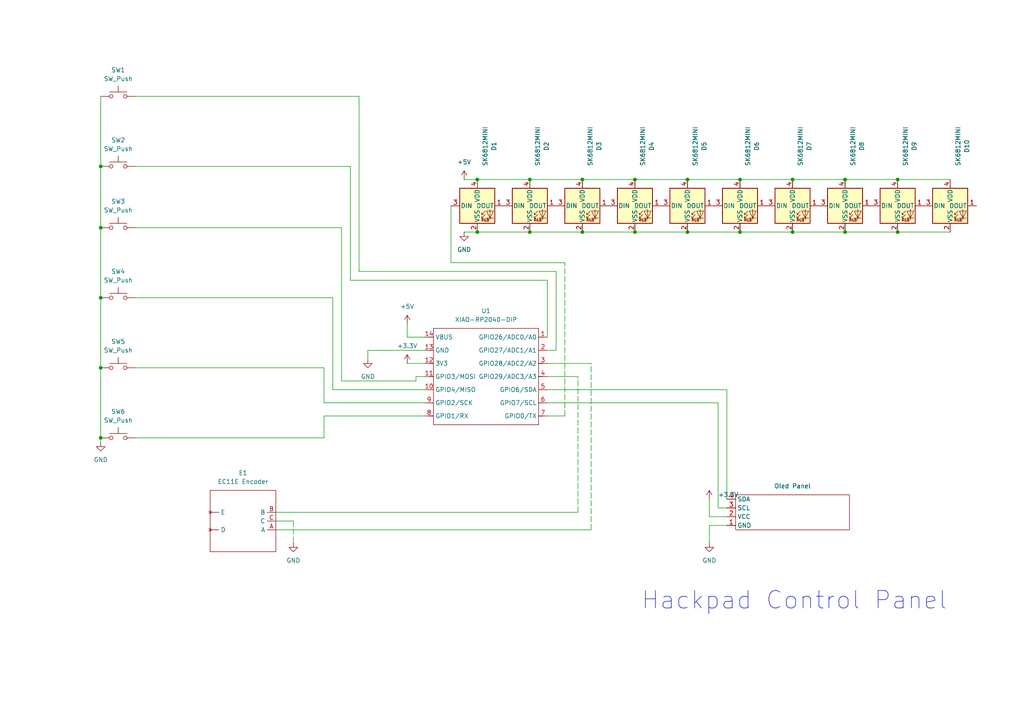
<source format=kicad_sch>
(kicad_sch
	(version 20250114)
	(generator "eeschema")
	(generator_version "9.0")
	(uuid "0a596015-fea0-4a8c-9a08-55f732cb3473")
	(paper "A4")
	(title_block
		(date "2025-11-27")
		(rev "1")
	)
	(lib_symbols
		(symbol "LED:SK6812MINI"
			(pin_names
				(offset 0.254)
			)
			(exclude_from_sim no)
			(in_bom yes)
			(on_board yes)
			(property "Reference" "D"
				(at 5.08 5.715 0)
				(effects
					(font
						(size 1.27 1.27)
					)
					(justify right bottom)
				)
			)
			(property "Value" "SK6812MINI"
				(at 1.27 -5.715 0)
				(effects
					(font
						(size 1.27 1.27)
					)
					(justify left top)
				)
			)
			(property "Footprint" "LED_SMD:LED_SK6812MINI_PLCC4_3.5x3.5mm_P1.75mm"
				(at 1.27 -7.62 0)
				(effects
					(font
						(size 1.27 1.27)
					)
					(justify left top)
					(hide yes)
				)
			)
			(property "Datasheet" "https://cdn-shop.adafruit.com/product-files/2686/SK6812MINI_REV.01-1-2.pdf"
				(at 2.54 -9.525 0)
				(effects
					(font
						(size 1.27 1.27)
					)
					(justify left top)
					(hide yes)
				)
			)
			(property "Description" "RGB LED with integrated controller"
				(at 0 0 0)
				(effects
					(font
						(size 1.27 1.27)
					)
					(hide yes)
				)
			)
			(property "ki_keywords" "RGB LED NeoPixel Mini addressable"
				(at 0 0 0)
				(effects
					(font
						(size 1.27 1.27)
					)
					(hide yes)
				)
			)
			(property "ki_fp_filters" "LED*SK6812MINI*PLCC*3.5x3.5mm*P1.75mm*"
				(at 0 0 0)
				(effects
					(font
						(size 1.27 1.27)
					)
					(hide yes)
				)
			)
			(symbol "SK6812MINI_0_0"
				(text "RGB"
					(at 2.286 -4.191 0)
					(effects
						(font
							(size 0.762 0.762)
						)
					)
				)
			)
			(symbol "SK6812MINI_0_1"
				(polyline
					(pts
						(xy 1.27 -2.54) (xy 1.778 -2.54)
					)
					(stroke
						(width 0)
						(type default)
					)
					(fill
						(type none)
					)
				)
				(polyline
					(pts
						(xy 1.27 -3.556) (xy 1.778 -3.556)
					)
					(stroke
						(width 0)
						(type default)
					)
					(fill
						(type none)
					)
				)
				(polyline
					(pts
						(xy 2.286 -1.524) (xy 1.27 -2.54) (xy 1.27 -2.032)
					)
					(stroke
						(width 0)
						(type default)
					)
					(fill
						(type none)
					)
				)
				(polyline
					(pts
						(xy 2.286 -2.54) (xy 1.27 -3.556) (xy 1.27 -3.048)
					)
					(stroke
						(width 0)
						(type default)
					)
					(fill
						(type none)
					)
				)
				(polyline
					(pts
						(xy 3.683 -1.016) (xy 3.683 -3.556) (xy 3.683 -4.064)
					)
					(stroke
						(width 0)
						(type default)
					)
					(fill
						(type none)
					)
				)
				(polyline
					(pts
						(xy 4.699 -1.524) (xy 2.667 -1.524) (xy 3.683 -3.556) (xy 4.699 -1.524)
					)
					(stroke
						(width 0)
						(type default)
					)
					(fill
						(type none)
					)
				)
				(polyline
					(pts
						(xy 4.699 -3.556) (xy 2.667 -3.556)
					)
					(stroke
						(width 0)
						(type default)
					)
					(fill
						(type none)
					)
				)
				(rectangle
					(start 5.08 5.08)
					(end -5.08 -5.08)
					(stroke
						(width 0.254)
						(type default)
					)
					(fill
						(type background)
					)
				)
			)
			(symbol "SK6812MINI_1_1"
				(pin input line
					(at -7.62 0 0)
					(length 2.54)
					(name "DIN"
						(effects
							(font
								(size 1.27 1.27)
							)
						)
					)
					(number "3"
						(effects
							(font
								(size 1.27 1.27)
							)
						)
					)
				)
				(pin power_in line
					(at 0 7.62 270)
					(length 2.54)
					(name "VDD"
						(effects
							(font
								(size 1.27 1.27)
							)
						)
					)
					(number "4"
						(effects
							(font
								(size 1.27 1.27)
							)
						)
					)
				)
				(pin power_in line
					(at 0 -7.62 90)
					(length 2.54)
					(name "VSS"
						(effects
							(font
								(size 1.27 1.27)
							)
						)
					)
					(number "2"
						(effects
							(font
								(size 1.27 1.27)
							)
						)
					)
				)
				(pin output line
					(at 7.62 0 180)
					(length 2.54)
					(name "DOUT"
						(effects
							(font
								(size 1.27 1.27)
							)
						)
					)
					(number "1"
						(effects
							(font
								(size 1.27 1.27)
							)
						)
					)
				)
			)
			(embedded_fonts no)
		)
		(symbol "OPL:0.91_in_OLED_Panel"
			(exclude_from_sim no)
			(in_bom yes)
			(on_board yes)
			(property "Reference" ""
				(at -4.572 -5.588 0)
				(effects
					(font
						(size 1.27 1.27)
					)
					(hide yes)
				)
			)
			(property "Value" ""
				(at 0 0 0)
				(effects
					(font
						(size 1.27 1.27)
					)
				)
			)
			(property "Footprint" ""
				(at 0 0 0)
				(effects
					(font
						(size 1.27 1.27)
					)
					(hide yes)
				)
			)
			(property "Datasheet" ""
				(at 0 0 0)
				(effects
					(font
						(size 1.27 1.27)
					)
					(hide yes)
				)
			)
			(property "Description" ""
				(at 0 0 0)
				(effects
					(font
						(size 1.27 1.27)
					)
					(hide yes)
				)
			)
			(symbol "0.91_in_OLED_Panel_0_1"
				(rectangle
					(start -2.54 8.89)
					(end -35.56 -1.27)
					(stroke
						(width 0)
						(type default)
					)
					(fill
						(type none)
					)
				)
			)
			(symbol "0.91_in_OLED_Panel_1_1"
				(pin input line
					(at 0 7.62 180)
					(length 2.54)
					(name "GND"
						(effects
							(font
								(size 1.27 1.27)
							)
						)
					)
					(number "1"
						(effects
							(font
								(size 1.27 1.27)
							)
						)
					)
				)
				(pin input line
					(at 0 5.08 180)
					(length 2.54)
					(name "VCC"
						(effects
							(font
								(size 1.27 1.27)
							)
						)
					)
					(number "2"
						(effects
							(font
								(size 1.27 1.27)
							)
						)
					)
				)
				(pin input line
					(at 0 2.54 180)
					(length 2.54)
					(name "SCL"
						(effects
							(font
								(size 1.27 1.27)
							)
						)
					)
					(number "3"
						(effects
							(font
								(size 1.27 1.27)
							)
						)
					)
				)
				(pin input line
					(at 0 0 180)
					(length 2.54)
					(name "SDA"
						(effects
							(font
								(size 1.27 1.27)
							)
						)
					)
					(number "4"
						(effects
							(font
								(size 1.27 1.27)
							)
						)
					)
				)
			)
			(embedded_fonts no)
		)
		(symbol "OPL:EC11E_20mm_Encoder"
			(exclude_from_sim no)
			(in_bom yes)
			(on_board yes)
			(property "Reference" "E"
				(at 6.096 6.858 0)
				(effects
					(font
						(size 1.27 1.27)
					)
				)
			)
			(property "Value" ""
				(at 0 0 0)
				(effects
					(font
						(size 1.27 1.27)
					)
				)
			)
			(property "Footprint" ""
				(at 0 0 0)
				(effects
					(font
						(size 1.27 1.27)
					)
					(hide yes)
				)
			)
			(property "Datasheet" ""
				(at 0 0 0)
				(effects
					(font
						(size 1.27 1.27)
					)
					(hide yes)
				)
			)
			(property "Description" ""
				(at 0 0 0)
				(effects
					(font
						(size 1.27 1.27)
					)
					(hide yes)
				)
			)
			(symbol "EC11E_20mm_Encoder_0_1"
				(rectangle
					(start 1.27 5.08)
					(end 20.32 -12.7)
					(stroke
						(width 0)
						(type default)
					)
					(fill
						(type none)
					)
				)
			)
			(symbol "EC11E_20mm_Encoder_1_1"
				(pin input line
					(at 1.27 -1.27 0)
					(length 2.54)
					(name "A"
						(effects
							(font
								(size 1.27 1.27)
							)
						)
					)
					(number "A"
						(effects
							(font
								(size 1.27 1.27)
							)
						)
					)
				)
				(pin input line
					(at 1.27 -3.81 0)
					(length 2.54)
					(name "C"
						(effects
							(font
								(size 1.27 1.27)
							)
						)
					)
					(number "C"
						(effects
							(font
								(size 1.27 1.27)
							)
						)
					)
				)
				(pin input line
					(at 1.27 -6.35 0)
					(length 2.54)
					(name "B"
						(effects
							(font
								(size 1.27 1.27)
							)
						)
					)
					(number "B"
						(effects
							(font
								(size 1.27 1.27)
							)
						)
					)
				)
				(pin no_connect line
					(at 20.32 -1.27 180)
					(length 2.54)
					(name "D"
						(effects
							(font
								(size 1.27 1.27)
							)
						)
					)
					(number ""
						(effects
							(font
								(size 1.27 1.27)
							)
						)
					)
				)
				(pin no_connect line
					(at 20.32 -6.35 180)
					(length 2.54)
					(name "E"
						(effects
							(font
								(size 1.27 1.27)
							)
						)
					)
					(number ""
						(effects
							(font
								(size 1.27 1.27)
							)
						)
					)
				)
			)
			(embedded_fonts no)
		)
		(symbol "OPL:XIAO-RP2040-DIP"
			(exclude_from_sim no)
			(in_bom yes)
			(on_board yes)
			(property "Reference" "U"
				(at 0 0 0)
				(effects
					(font
						(size 1.27 1.27)
					)
				)
			)
			(property "Value" "XIAO-RP2040-DIP"
				(at 5.334 -1.778 0)
				(effects
					(font
						(size 1.27 1.27)
					)
				)
			)
			(property "Footprint" "Module:MOUDLE14P-XIAO-DIP-SMD"
				(at 14.478 -32.258 0)
				(effects
					(font
						(size 1.27 1.27)
					)
					(hide yes)
				)
			)
			(property "Datasheet" ""
				(at 0 0 0)
				(effects
					(font
						(size 1.27 1.27)
					)
					(hide yes)
				)
			)
			(property "Description" ""
				(at 0 0 0)
				(effects
					(font
						(size 1.27 1.27)
					)
					(hide yes)
				)
			)
			(symbol "XIAO-RP2040-DIP_1_0"
				(polyline
					(pts
						(xy -1.27 -2.54) (xy 29.21 -2.54)
					)
					(stroke
						(width 0.1524)
						(type solid)
					)
					(fill
						(type none)
					)
				)
				(polyline
					(pts
						(xy -1.27 -5.08) (xy -2.54 -5.08)
					)
					(stroke
						(width 0.1524)
						(type solid)
					)
					(fill
						(type none)
					)
				)
				(polyline
					(pts
						(xy -1.27 -5.08) (xy -1.27 -2.54)
					)
					(stroke
						(width 0.1524)
						(type solid)
					)
					(fill
						(type none)
					)
				)
				(polyline
					(pts
						(xy -1.27 -8.89) (xy -2.54 -8.89)
					)
					(stroke
						(width 0.1524)
						(type solid)
					)
					(fill
						(type none)
					)
				)
				(polyline
					(pts
						(xy -1.27 -8.89) (xy -1.27 -5.08)
					)
					(stroke
						(width 0.1524)
						(type solid)
					)
					(fill
						(type none)
					)
				)
				(polyline
					(pts
						(xy -1.27 -12.7) (xy -2.54 -12.7)
					)
					(stroke
						(width 0.1524)
						(type solid)
					)
					(fill
						(type none)
					)
				)
				(polyline
					(pts
						(xy -1.27 -12.7) (xy -1.27 -8.89)
					)
					(stroke
						(width 0.1524)
						(type solid)
					)
					(fill
						(type none)
					)
				)
				(polyline
					(pts
						(xy -1.27 -16.51) (xy -2.54 -16.51)
					)
					(stroke
						(width 0.1524)
						(type solid)
					)
					(fill
						(type none)
					)
				)
				(polyline
					(pts
						(xy -1.27 -16.51) (xy -1.27 -12.7)
					)
					(stroke
						(width 0.1524)
						(type solid)
					)
					(fill
						(type none)
					)
				)
				(polyline
					(pts
						(xy -1.27 -20.32) (xy -2.54 -20.32)
					)
					(stroke
						(width 0.1524)
						(type solid)
					)
					(fill
						(type none)
					)
				)
				(polyline
					(pts
						(xy -1.27 -24.13) (xy -2.54 -24.13)
					)
					(stroke
						(width 0.1524)
						(type solid)
					)
					(fill
						(type none)
					)
				)
				(polyline
					(pts
						(xy -1.27 -27.94) (xy -2.54 -27.94)
					)
					(stroke
						(width 0.1524)
						(type solid)
					)
					(fill
						(type none)
					)
				)
				(polyline
					(pts
						(xy -1.27 -30.48) (xy -1.27 -16.51)
					)
					(stroke
						(width 0.1524)
						(type solid)
					)
					(fill
						(type none)
					)
				)
				(polyline
					(pts
						(xy 29.21 -2.54) (xy 29.21 -5.08)
					)
					(stroke
						(width 0.1524)
						(type solid)
					)
					(fill
						(type none)
					)
				)
				(polyline
					(pts
						(xy 29.21 -5.08) (xy 29.21 -8.89)
					)
					(stroke
						(width 0.1524)
						(type solid)
					)
					(fill
						(type none)
					)
				)
				(polyline
					(pts
						(xy 29.21 -8.89) (xy 29.21 -12.7)
					)
					(stroke
						(width 0.1524)
						(type solid)
					)
					(fill
						(type none)
					)
				)
				(polyline
					(pts
						(xy 29.21 -12.7) (xy 29.21 -30.48)
					)
					(stroke
						(width 0.1524)
						(type solid)
					)
					(fill
						(type none)
					)
				)
				(polyline
					(pts
						(xy 29.21 -30.48) (xy -1.27 -30.48)
					)
					(stroke
						(width 0.1524)
						(type solid)
					)
					(fill
						(type none)
					)
				)
				(polyline
					(pts
						(xy 30.48 -5.08) (xy 29.21 -5.08)
					)
					(stroke
						(width 0.1524)
						(type solid)
					)
					(fill
						(type none)
					)
				)
				(polyline
					(pts
						(xy 30.48 -8.89) (xy 29.21 -8.89)
					)
					(stroke
						(width 0.1524)
						(type solid)
					)
					(fill
						(type none)
					)
				)
				(polyline
					(pts
						(xy 30.48 -12.7) (xy 29.21 -12.7)
					)
					(stroke
						(width 0.1524)
						(type solid)
					)
					(fill
						(type none)
					)
				)
				(polyline
					(pts
						(xy 30.48 -16.51) (xy 29.21 -16.51)
					)
					(stroke
						(width 0.1524)
						(type solid)
					)
					(fill
						(type none)
					)
				)
				(polyline
					(pts
						(xy 30.48 -20.32) (xy 29.21 -20.32)
					)
					(stroke
						(width 0.1524)
						(type solid)
					)
					(fill
						(type none)
					)
				)
				(polyline
					(pts
						(xy 30.48 -24.13) (xy 29.21 -24.13)
					)
					(stroke
						(width 0.1524)
						(type solid)
					)
					(fill
						(type none)
					)
				)
				(polyline
					(pts
						(xy 30.48 -27.94) (xy 29.21 -27.94)
					)
					(stroke
						(width 0.1524)
						(type solid)
					)
					(fill
						(type none)
					)
				)
				(pin passive line
					(at -3.81 -5.08 0)
					(length 2.54)
					(name "GPIO26/ADC0/A0"
						(effects
							(font
								(size 1.27 1.27)
							)
						)
					)
					(number "1"
						(effects
							(font
								(size 1.27 1.27)
							)
						)
					)
				)
				(pin passive line
					(at -3.81 -8.89 0)
					(length 2.54)
					(name "GPIO27/ADC1/A1"
						(effects
							(font
								(size 1.27 1.27)
							)
						)
					)
					(number "2"
						(effects
							(font
								(size 1.27 1.27)
							)
						)
					)
				)
				(pin passive line
					(at -3.81 -12.7 0)
					(length 2.54)
					(name "GPIO28/ADC2/A2"
						(effects
							(font
								(size 1.27 1.27)
							)
						)
					)
					(number "3"
						(effects
							(font
								(size 1.27 1.27)
							)
						)
					)
				)
				(pin passive line
					(at -3.81 -16.51 0)
					(length 2.54)
					(name "GPIO29/ADC3/A3"
						(effects
							(font
								(size 1.27 1.27)
							)
						)
					)
					(number "4"
						(effects
							(font
								(size 1.27 1.27)
							)
						)
					)
				)
				(pin passive line
					(at -3.81 -20.32 0)
					(length 2.54)
					(name "GPIO6/SDA"
						(effects
							(font
								(size 1.27 1.27)
							)
						)
					)
					(number "5"
						(effects
							(font
								(size 1.27 1.27)
							)
						)
					)
				)
				(pin passive line
					(at -3.81 -24.13 0)
					(length 2.54)
					(name "GPIO7/SCL"
						(effects
							(font
								(size 1.27 1.27)
							)
						)
					)
					(number "6"
						(effects
							(font
								(size 1.27 1.27)
							)
						)
					)
				)
				(pin passive line
					(at -3.81 -27.94 0)
					(length 2.54)
					(name "GPIO0/TX"
						(effects
							(font
								(size 1.27 1.27)
							)
						)
					)
					(number "7"
						(effects
							(font
								(size 1.27 1.27)
							)
						)
					)
				)
				(pin passive line
					(at 31.75 -5.08 180)
					(length 2.54)
					(name "VBUS"
						(effects
							(font
								(size 1.27 1.27)
							)
						)
					)
					(number "14"
						(effects
							(font
								(size 1.27 1.27)
							)
						)
					)
				)
				(pin passive line
					(at 31.75 -8.89 180)
					(length 2.54)
					(name "GND"
						(effects
							(font
								(size 1.27 1.27)
							)
						)
					)
					(number "13"
						(effects
							(font
								(size 1.27 1.27)
							)
						)
					)
				)
				(pin passive line
					(at 31.75 -12.7 180)
					(length 2.54)
					(name "3V3"
						(effects
							(font
								(size 1.27 1.27)
							)
						)
					)
					(number "12"
						(effects
							(font
								(size 1.27 1.27)
							)
						)
					)
				)
				(pin passive line
					(at 31.75 -16.51 180)
					(length 2.54)
					(name "GPIO3/MOSI"
						(effects
							(font
								(size 1.27 1.27)
							)
						)
					)
					(number "11"
						(effects
							(font
								(size 1.27 1.27)
							)
						)
					)
				)
				(pin passive line
					(at 31.75 -20.32 180)
					(length 2.54)
					(name "GPIO4/MISO"
						(effects
							(font
								(size 1.27 1.27)
							)
						)
					)
					(number "10"
						(effects
							(font
								(size 1.27 1.27)
							)
						)
					)
				)
				(pin passive line
					(at 31.75 -24.13 180)
					(length 2.54)
					(name "GPIO2/SCK"
						(effects
							(font
								(size 1.27 1.27)
							)
						)
					)
					(number "9"
						(effects
							(font
								(size 1.27 1.27)
							)
						)
					)
				)
				(pin passive line
					(at 31.75 -27.94 180)
					(length 2.54)
					(name "GPIO1/RX"
						(effects
							(font
								(size 1.27 1.27)
							)
						)
					)
					(number "8"
						(effects
							(font
								(size 1.27 1.27)
							)
						)
					)
				)
			)
			(embedded_fonts no)
		)
		(symbol "Switch:SW_Push"
			(pin_numbers
				(hide yes)
			)
			(pin_names
				(offset 1.016)
				(hide yes)
			)
			(exclude_from_sim no)
			(in_bom yes)
			(on_board yes)
			(property "Reference" "SW"
				(at 1.27 2.54 0)
				(effects
					(font
						(size 1.27 1.27)
					)
					(justify left)
				)
			)
			(property "Value" "SW_Push"
				(at 0 -1.524 0)
				(effects
					(font
						(size 1.27 1.27)
					)
				)
			)
			(property "Footprint" ""
				(at 0 5.08 0)
				(effects
					(font
						(size 1.27 1.27)
					)
					(hide yes)
				)
			)
			(property "Datasheet" "~"
				(at 0 5.08 0)
				(effects
					(font
						(size 1.27 1.27)
					)
					(hide yes)
				)
			)
			(property "Description" "Push button switch, generic, two pins"
				(at 0 0 0)
				(effects
					(font
						(size 1.27 1.27)
					)
					(hide yes)
				)
			)
			(property "ki_keywords" "switch normally-open pushbutton push-button"
				(at 0 0 0)
				(effects
					(font
						(size 1.27 1.27)
					)
					(hide yes)
				)
			)
			(symbol "SW_Push_0_1"
				(circle
					(center -2.032 0)
					(radius 0.508)
					(stroke
						(width 0)
						(type default)
					)
					(fill
						(type none)
					)
				)
				(polyline
					(pts
						(xy 0 1.27) (xy 0 3.048)
					)
					(stroke
						(width 0)
						(type default)
					)
					(fill
						(type none)
					)
				)
				(circle
					(center 2.032 0)
					(radius 0.508)
					(stroke
						(width 0)
						(type default)
					)
					(fill
						(type none)
					)
				)
				(polyline
					(pts
						(xy 2.54 1.27) (xy -2.54 1.27)
					)
					(stroke
						(width 0)
						(type default)
					)
					(fill
						(type none)
					)
				)
				(pin passive line
					(at -5.08 0 0)
					(length 2.54)
					(name "1"
						(effects
							(font
								(size 1.27 1.27)
							)
						)
					)
					(number "1"
						(effects
							(font
								(size 1.27 1.27)
							)
						)
					)
				)
				(pin passive line
					(at 5.08 0 180)
					(length 2.54)
					(name "2"
						(effects
							(font
								(size 1.27 1.27)
							)
						)
					)
					(number "2"
						(effects
							(font
								(size 1.27 1.27)
							)
						)
					)
				)
			)
			(embedded_fonts no)
		)
		(symbol "power:+3.3V"
			(power)
			(pin_numbers
				(hide yes)
			)
			(pin_names
				(offset 0)
				(hide yes)
			)
			(exclude_from_sim no)
			(in_bom yes)
			(on_board yes)
			(property "Reference" "#PWR"
				(at 0 -3.81 0)
				(effects
					(font
						(size 1.27 1.27)
					)
					(hide yes)
				)
			)
			(property "Value" "+3.3V"
				(at 0 3.556 0)
				(effects
					(font
						(size 1.27 1.27)
					)
				)
			)
			(property "Footprint" ""
				(at 0 0 0)
				(effects
					(font
						(size 1.27 1.27)
					)
					(hide yes)
				)
			)
			(property "Datasheet" ""
				(at 0 0 0)
				(effects
					(font
						(size 1.27 1.27)
					)
					(hide yes)
				)
			)
			(property "Description" "Power symbol creates a global label with name \"+3.3V\""
				(at 0 0 0)
				(effects
					(font
						(size 1.27 1.27)
					)
					(hide yes)
				)
			)
			(property "ki_keywords" "global power"
				(at 0 0 0)
				(effects
					(font
						(size 1.27 1.27)
					)
					(hide yes)
				)
			)
			(symbol "+3.3V_0_1"
				(polyline
					(pts
						(xy -0.762 1.27) (xy 0 2.54)
					)
					(stroke
						(width 0)
						(type default)
					)
					(fill
						(type none)
					)
				)
				(polyline
					(pts
						(xy 0 2.54) (xy 0.762 1.27)
					)
					(stroke
						(width 0)
						(type default)
					)
					(fill
						(type none)
					)
				)
				(polyline
					(pts
						(xy 0 0) (xy 0 2.54)
					)
					(stroke
						(width 0)
						(type default)
					)
					(fill
						(type none)
					)
				)
			)
			(symbol "+3.3V_1_1"
				(pin power_in line
					(at 0 0 90)
					(length 0)
					(name "~"
						(effects
							(font
								(size 1.27 1.27)
							)
						)
					)
					(number "1"
						(effects
							(font
								(size 1.27 1.27)
							)
						)
					)
				)
			)
			(embedded_fonts no)
		)
		(symbol "power:+5V"
			(power)
			(pin_numbers
				(hide yes)
			)
			(pin_names
				(offset 0)
				(hide yes)
			)
			(exclude_from_sim no)
			(in_bom yes)
			(on_board yes)
			(property "Reference" "#PWR"
				(at 0 -3.81 0)
				(effects
					(font
						(size 1.27 1.27)
					)
					(hide yes)
				)
			)
			(property "Value" "+5V"
				(at 0 3.556 0)
				(effects
					(font
						(size 1.27 1.27)
					)
				)
			)
			(property "Footprint" ""
				(at 0 0 0)
				(effects
					(font
						(size 1.27 1.27)
					)
					(hide yes)
				)
			)
			(property "Datasheet" ""
				(at 0 0 0)
				(effects
					(font
						(size 1.27 1.27)
					)
					(hide yes)
				)
			)
			(property "Description" "Power symbol creates a global label with name \"+5V\""
				(at 0 0 0)
				(effects
					(font
						(size 1.27 1.27)
					)
					(hide yes)
				)
			)
			(property "ki_keywords" "global power"
				(at 0 0 0)
				(effects
					(font
						(size 1.27 1.27)
					)
					(hide yes)
				)
			)
			(symbol "+5V_0_1"
				(polyline
					(pts
						(xy -0.762 1.27) (xy 0 2.54)
					)
					(stroke
						(width 0)
						(type default)
					)
					(fill
						(type none)
					)
				)
				(polyline
					(pts
						(xy 0 2.54) (xy 0.762 1.27)
					)
					(stroke
						(width 0)
						(type default)
					)
					(fill
						(type none)
					)
				)
				(polyline
					(pts
						(xy 0 0) (xy 0 2.54)
					)
					(stroke
						(width 0)
						(type default)
					)
					(fill
						(type none)
					)
				)
			)
			(symbol "+5V_1_1"
				(pin power_in line
					(at 0 0 90)
					(length 0)
					(name "~"
						(effects
							(font
								(size 1.27 1.27)
							)
						)
					)
					(number "1"
						(effects
							(font
								(size 1.27 1.27)
							)
						)
					)
				)
			)
			(embedded_fonts no)
		)
		(symbol "power:GND"
			(power)
			(pin_numbers
				(hide yes)
			)
			(pin_names
				(offset 0)
				(hide yes)
			)
			(exclude_from_sim no)
			(in_bom yes)
			(on_board yes)
			(property "Reference" "#PWR"
				(at 0 -6.35 0)
				(effects
					(font
						(size 1.27 1.27)
					)
					(hide yes)
				)
			)
			(property "Value" "GND"
				(at 0 -3.81 0)
				(effects
					(font
						(size 1.27 1.27)
					)
				)
			)
			(property "Footprint" ""
				(at 0 0 0)
				(effects
					(font
						(size 1.27 1.27)
					)
					(hide yes)
				)
			)
			(property "Datasheet" ""
				(at 0 0 0)
				(effects
					(font
						(size 1.27 1.27)
					)
					(hide yes)
				)
			)
			(property "Description" "Power symbol creates a global label with name \"GND\" , ground"
				(at 0 0 0)
				(effects
					(font
						(size 1.27 1.27)
					)
					(hide yes)
				)
			)
			(property "ki_keywords" "global power"
				(at 0 0 0)
				(effects
					(font
						(size 1.27 1.27)
					)
					(hide yes)
				)
			)
			(symbol "GND_0_1"
				(polyline
					(pts
						(xy 0 0) (xy 0 -1.27) (xy 1.27 -1.27) (xy 0 -2.54) (xy -1.27 -1.27) (xy 0 -1.27)
					)
					(stroke
						(width 0)
						(type default)
					)
					(fill
						(type none)
					)
				)
			)
			(symbol "GND_1_1"
				(pin power_in line
					(at 0 0 270)
					(length 0)
					(name "~"
						(effects
							(font
								(size 1.27 1.27)
							)
						)
					)
					(number "1"
						(effects
							(font
								(size 1.27 1.27)
							)
						)
					)
				)
			)
			(embedded_fonts no)
		)
	)
	(text "Hackpad Control Panel"
		(exclude_from_sim no)
		(at 230.378 174.244 0)
		(effects
			(font
				(size 5.08 5.08)
			)
		)
		(uuid "91164354-936b-4cb1-9b96-d3bf2f85e9be")
	)
	(junction
		(at 229.87 52.07)
		(diameter 0)
		(color 0 0 0 0)
		(uuid "03dbdba2-c450-4a0a-98bb-e7291385ac39")
	)
	(junction
		(at 229.87 67.31)
		(diameter 0)
		(color 0 0 0 0)
		(uuid "061a6b8c-c421-4630-b66f-0fd410c1a49b")
	)
	(junction
		(at 168.91 67.31)
		(diameter 0)
		(color 0 0 0 0)
		(uuid "08305e04-9178-4fab-afa0-105b41b318e4")
	)
	(junction
		(at 245.11 67.31)
		(diameter 0)
		(color 0 0 0 0)
		(uuid "0c61f345-4387-4ba3-b37c-9f0922531058")
	)
	(junction
		(at 29.21 127)
		(diameter 0)
		(color 0 0 0 0)
		(uuid "0f2be1f6-e9f9-475f-abb8-0091d904fcf1")
	)
	(junction
		(at 199.39 67.31)
		(diameter 0)
		(color 0 0 0 0)
		(uuid "1f723d3d-43f3-4f5c-adf9-92339dedd1aa")
	)
	(junction
		(at 260.35 52.07)
		(diameter 0)
		(color 0 0 0 0)
		(uuid "3cec7b70-0cd1-4384-8987-035d04640636")
	)
	(junction
		(at 260.35 67.31)
		(diameter 0)
		(color 0 0 0 0)
		(uuid "6861f721-9b5b-4e6c-a5b5-f9d1625f1f7d")
	)
	(junction
		(at 138.43 52.07)
		(diameter 0)
		(color 0 0 0 0)
		(uuid "6a3cbd1c-a55a-4b38-8c73-d8085144d4f9")
	)
	(junction
		(at 214.63 52.07)
		(diameter 0)
		(color 0 0 0 0)
		(uuid "80d598de-f8a0-4bea-84b4-34248d9dfbf1")
	)
	(junction
		(at 245.11 52.07)
		(diameter 0)
		(color 0 0 0 0)
		(uuid "84e6d620-0ea6-4e4f-9ed5-a0cebf98465f")
	)
	(junction
		(at 29.21 48.26)
		(diameter 0)
		(color 0 0 0 0)
		(uuid "974c002d-0fed-4243-8c1a-452785c975ab")
	)
	(junction
		(at 184.15 67.31)
		(diameter 0)
		(color 0 0 0 0)
		(uuid "9c3edee8-a092-416f-9bd5-9da15787cc88")
	)
	(junction
		(at 153.67 52.07)
		(diameter 0)
		(color 0 0 0 0)
		(uuid "a47bc159-3b75-4f37-aeef-cb29ee297e56")
	)
	(junction
		(at 29.21 66.04)
		(diameter 0)
		(color 0 0 0 0)
		(uuid "b0dcf405-c2d9-4470-9bf3-b1f39bf3e07b")
	)
	(junction
		(at 29.21 86.36)
		(diameter 0)
		(color 0 0 0 0)
		(uuid "b7330f0d-6b6b-4fa0-9bf8-1bc17e5831eb")
	)
	(junction
		(at 214.63 67.31)
		(diameter 0)
		(color 0 0 0 0)
		(uuid "c59bb24c-bbf8-431a-9d0d-94f8a31aaccd")
	)
	(junction
		(at 199.39 52.07)
		(diameter 0)
		(color 0 0 0 0)
		(uuid "c94e39fb-8b27-402f-a481-d3fd614b2965")
	)
	(junction
		(at 138.43 67.31)
		(diameter 0)
		(color 0 0 0 0)
		(uuid "d0a69640-6b4e-485d-8843-fe16bbbd2978")
	)
	(junction
		(at 168.91 52.07)
		(diameter 0)
		(color 0 0 0 0)
		(uuid "d227528e-5aab-4144-8a4a-b425175d0b70")
	)
	(junction
		(at 184.15 52.07)
		(diameter 0)
		(color 0 0 0 0)
		(uuid "dc7276a6-e7dc-49cd-83a6-fefc19f7a624")
	)
	(junction
		(at 29.21 106.68)
		(diameter 0)
		(color 0 0 0 0)
		(uuid "dd3596a1-c103-4e9e-9590-05544f32e557")
	)
	(junction
		(at 153.67 67.31)
		(diameter 0)
		(color 0 0 0 0)
		(uuid "df8f6c9c-2bd0-4d11-ba3e-81058ffb077f")
	)
	(wire
		(pts
			(xy 130.81 76.2) (xy 130.81 59.69)
		)
		(stroke
			(width 0)
			(type default)
		)
		(uuid "01f5cd74-f37a-4fa8-98d1-b72c21c009bc")
	)
	(wire
		(pts
			(xy 39.37 127) (xy 93.98 127)
		)
		(stroke
			(width 0)
			(type default)
		)
		(uuid "071a30ab-a6d5-451e-8271-8ab70300ca88")
	)
	(wire
		(pts
			(xy 158.75 81.28) (xy 101.6 81.28)
		)
		(stroke
			(width 0)
			(type default)
		)
		(uuid "093bb841-ef7a-4048-b9bd-d531878da669")
	)
	(wire
		(pts
			(xy 184.15 67.31) (xy 168.91 67.31)
		)
		(stroke
			(width 0)
			(type default)
		)
		(uuid "0a24ec7a-9d60-46bf-923c-c7cf3a95bfa6")
	)
	(wire
		(pts
			(xy 161.29 101.6) (xy 161.29 78.74)
		)
		(stroke
			(width 0)
			(type default)
		)
		(uuid "0ac8bc54-300c-4733-ab47-95a67363a154")
	)
	(wire
		(pts
			(xy 29.21 86.36) (xy 29.21 106.68)
		)
		(stroke
			(width 0)
			(type default)
		)
		(uuid "12692e39-1df9-4c9d-b269-1d32a19bae3d")
	)
	(wire
		(pts
			(xy 245.11 67.31) (xy 229.87 67.31)
		)
		(stroke
			(width 0)
			(type default)
		)
		(uuid "131be6e7-c272-4ed7-b5e5-0011b91dd660")
	)
	(wire
		(pts
			(xy 275.59 67.31) (xy 260.35 67.31)
		)
		(stroke
			(width 0)
			(type default)
		)
		(uuid "22fac1d3-b50b-4eb1-ba87-d3b562af0e1d")
	)
	(wire
		(pts
			(xy 80.01 153.67) (xy 171.45 153.67)
		)
		(stroke
			(width 0)
			(type default)
		)
		(uuid "2a4bf430-d544-4eb2-a5ca-b5788ec70f8a")
	)
	(wire
		(pts
			(xy 161.29 78.74) (xy 104.14 78.74)
		)
		(stroke
			(width 0)
			(type default)
		)
		(uuid "2d874bb6-4e92-4580-9ab8-5e9828e2e02a")
	)
	(wire
		(pts
			(xy 106.68 101.6) (xy 123.19 101.6)
		)
		(stroke
			(width 0)
			(type default)
		)
		(uuid "30f34d45-55b8-478a-ab03-d8ceba4cf15a")
	)
	(wire
		(pts
			(xy 199.39 67.31) (xy 184.15 67.31)
		)
		(stroke
			(width 0)
			(type default)
		)
		(uuid "37ccd822-3b3f-4f3b-9eed-b448e34fe6c8")
	)
	(wire
		(pts
			(xy 205.74 144.78) (xy 205.74 149.86)
		)
		(stroke
			(width 0)
			(type default)
		)
		(uuid "4478b077-f317-4e06-8f82-fb5a7631af99")
	)
	(wire
		(pts
			(xy 120.65 110.49) (xy 120.65 109.22)
		)
		(stroke
			(width 0)
			(type default)
		)
		(uuid "4ab3587f-c141-448d-b378-369611bc9b90")
	)
	(wire
		(pts
			(xy 153.67 52.07) (xy 138.43 52.07)
		)
		(stroke
			(width 0)
			(type default)
		)
		(uuid "4ad21112-d8de-4aae-b219-7c4d82e9d5ab")
	)
	(wire
		(pts
			(xy 158.75 101.6) (xy 161.29 101.6)
		)
		(stroke
			(width 0)
			(type default)
		)
		(uuid "4d3aac69-8eee-45ba-b998-a164083f0465")
	)
	(wire
		(pts
			(xy 158.75 113.03) (xy 210.82 113.03)
		)
		(stroke
			(width 0)
			(type default)
		)
		(uuid "5409280e-e6b8-4d6c-9e2c-8a19983e3f3a")
	)
	(wire
		(pts
			(xy 245.11 67.31) (xy 260.35 67.31)
		)
		(stroke
			(width 0)
			(type default)
		)
		(uuid "549a7c8d-1302-4379-832e-257c739df7a6")
	)
	(wire
		(pts
			(xy 106.68 101.6) (xy 106.68 104.14)
		)
		(stroke
			(width 0)
			(type default)
		)
		(uuid "550ed9f1-7f48-4b4c-89be-c27e821e32d7")
	)
	(wire
		(pts
			(xy 158.75 116.84) (xy 208.28 116.84)
		)
		(stroke
			(width 0)
			(type default)
		)
		(uuid "5631c49c-e628-45bd-9dfd-0dec59cae5bd")
	)
	(wire
		(pts
			(xy 101.6 81.28) (xy 101.6 48.26)
		)
		(stroke
			(width 0)
			(type default)
		)
		(uuid "5ffc8133-027c-47e7-b8f8-f5d79e0b6801")
	)
	(wire
		(pts
			(xy 229.87 52.07) (xy 214.63 52.07)
		)
		(stroke
			(width 0)
			(type default)
		)
		(uuid "605aa5d5-5664-48a0-a1f9-9756c59c345a")
	)
	(wire
		(pts
			(xy 118.11 105.41) (xy 123.19 105.41)
		)
		(stroke
			(width 0)
			(type default)
		)
		(uuid "608b3788-2ad5-42fe-b486-ff87b533508c")
	)
	(wire
		(pts
			(xy 260.35 52.07) (xy 275.59 52.07)
		)
		(stroke
			(width 0)
			(type default)
		)
		(uuid "650b8ce3-3a4e-48ae-bf9f-561a83ef123f")
	)
	(wire
		(pts
			(xy 167.64 148.59) (xy 167.64 109.22)
		)
		(stroke
			(width 0)
			(type dash)
		)
		(uuid "653602b1-7d03-4810-b741-9bd1b3c3fd9d")
	)
	(wire
		(pts
			(xy 184.15 52.07) (xy 168.91 52.07)
		)
		(stroke
			(width 0)
			(type default)
		)
		(uuid "65a7ae13-31bd-43ca-88a8-e37a97cb63f3")
	)
	(wire
		(pts
			(xy 29.21 48.26) (xy 29.21 66.04)
		)
		(stroke
			(width 0)
			(type default)
		)
		(uuid "6ed3e0f8-de4b-47b5-976b-3d987132419e")
	)
	(wire
		(pts
			(xy 118.11 93.98) (xy 118.11 97.79)
		)
		(stroke
			(width 0)
			(type default)
		)
		(uuid "74bfa86e-e247-4621-b933-8fbeb5df094b")
	)
	(wire
		(pts
			(xy 245.11 52.07) (xy 260.35 52.07)
		)
		(stroke
			(width 0)
			(type default)
		)
		(uuid "755e5067-ca14-41f3-bb97-dff11e29cb1c")
	)
	(wire
		(pts
			(xy 171.45 153.67) (xy 171.45 105.41)
		)
		(stroke
			(width 0)
			(type dash)
		)
		(uuid "77320f31-cf49-46b0-8cee-d4554c7fd888")
	)
	(wire
		(pts
			(xy 39.37 106.68) (xy 93.98 106.68)
		)
		(stroke
			(width 0)
			(type default)
		)
		(uuid "78c98369-2e64-4d70-aa3a-556cd572629e")
	)
	(wire
		(pts
			(xy 29.21 106.68) (xy 29.21 127)
		)
		(stroke
			(width 0)
			(type default)
		)
		(uuid "7ce2ff23-f442-4b19-9044-0f494d0c4964")
	)
	(wire
		(pts
			(xy 85.09 151.13) (xy 85.09 157.48)
		)
		(stroke
			(width 0)
			(type dash)
		)
		(uuid "7d2a8390-b2b2-4e38-9190-573e5bb2de0b")
	)
	(wire
		(pts
			(xy 120.65 109.22) (xy 123.19 109.22)
		)
		(stroke
			(width 0)
			(type default)
		)
		(uuid "7db2dbcb-1243-4f18-a6d0-cf74588b1c8e")
	)
	(wire
		(pts
			(xy 208.28 116.84) (xy 208.28 147.32)
		)
		(stroke
			(width 0)
			(type default)
		)
		(uuid "7e8c95a3-16fd-45bc-b744-d073b40732e3")
	)
	(wire
		(pts
			(xy 99.06 66.04) (xy 99.06 110.49)
		)
		(stroke
			(width 0)
			(type default)
		)
		(uuid "7ebacde6-73ee-481c-893b-e55925c3d724")
	)
	(wire
		(pts
			(xy 99.06 110.49) (xy 120.65 110.49)
		)
		(stroke
			(width 0)
			(type default)
		)
		(uuid "7f4e2c4c-87a3-493d-a3aa-3efe1e16464c")
	)
	(wire
		(pts
			(xy 93.98 106.68) (xy 93.98 116.84)
		)
		(stroke
			(width 0)
			(type default)
		)
		(uuid "803a535f-5c6f-46be-9d35-ebc97709686f")
	)
	(wire
		(pts
			(xy 245.11 52.07) (xy 229.87 52.07)
		)
		(stroke
			(width 0)
			(type default)
		)
		(uuid "806e09d2-f308-401b-9897-b235a69bd5e6")
	)
	(wire
		(pts
			(xy 29.21 66.04) (xy 29.21 86.36)
		)
		(stroke
			(width 0)
			(type default)
		)
		(uuid "849118b6-c458-45d9-bdfb-dba368c835dc")
	)
	(wire
		(pts
			(xy 93.98 120.65) (xy 123.19 120.65)
		)
		(stroke
			(width 0)
			(type default)
		)
		(uuid "890c263c-0cbe-4ccc-849f-76f1afba3bcf")
	)
	(wire
		(pts
			(xy 93.98 116.84) (xy 123.19 116.84)
		)
		(stroke
			(width 0)
			(type default)
		)
		(uuid "8bc9abe2-a832-4f9d-abfc-dc9de7a963d8")
	)
	(wire
		(pts
			(xy 96.52 86.36) (xy 96.52 113.03)
		)
		(stroke
			(width 0)
			(type default)
		)
		(uuid "8f6ff732-5f4d-461d-9ac6-ceccdd76524e")
	)
	(wire
		(pts
			(xy 39.37 86.36) (xy 96.52 86.36)
		)
		(stroke
			(width 0)
			(type default)
		)
		(uuid "90ad88cd-2a61-4270-8d86-9789063afb0a")
	)
	(wire
		(pts
			(xy 138.43 67.31) (xy 134.62 67.31)
		)
		(stroke
			(width 0)
			(type default)
		)
		(uuid "93cc2d42-c8fd-4e5f-9825-a9a70e1dd2cf")
	)
	(wire
		(pts
			(xy 163.83 76.2) (xy 130.81 76.2)
		)
		(stroke
			(width 0)
			(type default)
		)
		(uuid "97ee7c06-eb39-4319-8ece-7b3a44c11fc9")
	)
	(wire
		(pts
			(xy 168.91 52.07) (xy 153.67 52.07)
		)
		(stroke
			(width 0)
			(type default)
		)
		(uuid "98a5b6ca-d575-4505-8c53-6a52a9571dcf")
	)
	(wire
		(pts
			(xy 158.75 97.79) (xy 158.75 81.28)
		)
		(stroke
			(width 0)
			(type default)
		)
		(uuid "9cc0fcbe-bff2-4e82-b8fc-3413a4427cb1")
	)
	(wire
		(pts
			(xy 80.01 148.59) (xy 167.64 148.59)
		)
		(stroke
			(width 0)
			(type default)
		)
		(uuid "9d01c6ec-8d75-4f7e-975c-ffbfd74b9ce9")
	)
	(wire
		(pts
			(xy 29.21 127) (xy 29.21 128.27)
		)
		(stroke
			(width 0)
			(type default)
		)
		(uuid "a3018d4d-0988-445f-8436-8311b3c89c20")
	)
	(wire
		(pts
			(xy 205.74 157.48) (xy 205.74 152.4)
		)
		(stroke
			(width 0)
			(type default)
		)
		(uuid "a438df1f-5595-4cb7-9369-8eb0a31dd46a")
	)
	(wire
		(pts
			(xy 39.37 66.04) (xy 99.06 66.04)
		)
		(stroke
			(width 0)
			(type default)
		)
		(uuid "a69edea8-f65a-462c-ae94-73febb63fafe")
	)
	(wire
		(pts
			(xy 208.28 147.32) (xy 210.82 147.32)
		)
		(stroke
			(width 0)
			(type default)
		)
		(uuid "a75f3ee9-37a8-40b1-803e-08d878005016")
	)
	(wire
		(pts
			(xy 205.74 149.86) (xy 210.82 149.86)
		)
		(stroke
			(width 0)
			(type default)
		)
		(uuid "acd31025-f7cc-42d9-b026-bc7d07634a04")
	)
	(wire
		(pts
			(xy 214.63 67.31) (xy 199.39 67.31)
		)
		(stroke
			(width 0)
			(type default)
		)
		(uuid "b6ebe0e1-a866-4930-98fe-f83cdf4d5cba")
	)
	(wire
		(pts
			(xy 229.87 67.31) (xy 214.63 67.31)
		)
		(stroke
			(width 0)
			(type default)
		)
		(uuid "b720d92b-84b8-496e-9c2f-e802d5bcd4f3")
	)
	(wire
		(pts
			(xy 199.39 52.07) (xy 184.15 52.07)
		)
		(stroke
			(width 0)
			(type default)
		)
		(uuid "b8a098b5-1a7d-4982-a404-97765e1f9372")
	)
	(wire
		(pts
			(xy 205.74 152.4) (xy 210.82 152.4)
		)
		(stroke
			(width 0)
			(type default)
		)
		(uuid "bf56f13c-0fa5-44e3-99a2-32c89e2f1667")
	)
	(wire
		(pts
			(xy 210.82 113.03) (xy 210.82 144.78)
		)
		(stroke
			(width 0)
			(type default)
		)
		(uuid "c1638fe2-384d-430f-bbd8-93c7c9f4f0d7")
	)
	(wire
		(pts
			(xy 158.75 109.22) (xy 167.64 109.22)
		)
		(stroke
			(width 0)
			(type default)
		)
		(uuid "c85d7f5b-465c-4210-be69-1fd827ff2af3")
	)
	(wire
		(pts
			(xy 118.11 97.79) (xy 123.19 97.79)
		)
		(stroke
			(width 0)
			(type default)
		)
		(uuid "d0bc1203-fc6f-4039-a98b-85d1135c31d3")
	)
	(wire
		(pts
			(xy 171.45 105.41) (xy 158.75 105.41)
		)
		(stroke
			(width 0)
			(type default)
		)
		(uuid "d2642347-1dc3-4410-8867-2e0e2df4d9b3")
	)
	(wire
		(pts
			(xy 29.21 27.94) (xy 29.21 48.26)
		)
		(stroke
			(width 0)
			(type default)
		)
		(uuid "d45ad164-2895-4c25-952d-f83cb676ce0a")
	)
	(wire
		(pts
			(xy 153.67 67.31) (xy 138.43 67.31)
		)
		(stroke
			(width 0)
			(type default)
		)
		(uuid "d9ae2eff-e2d0-44c1-ab2f-fd5a644a6b6b")
	)
	(wire
		(pts
			(xy 134.62 52.07) (xy 138.43 52.07)
		)
		(stroke
			(width 0)
			(type default)
		)
		(uuid "dc977979-d068-41a5-a91e-2f04db1e6770")
	)
	(wire
		(pts
			(xy 104.14 27.94) (xy 39.37 27.94)
		)
		(stroke
			(width 0)
			(type default)
		)
		(uuid "e0fbe2db-246e-4b9f-a61a-0ddab423017c")
	)
	(wire
		(pts
			(xy 168.91 67.31) (xy 153.67 67.31)
		)
		(stroke
			(width 0)
			(type default)
		)
		(uuid "f050b633-eb72-4faa-92ad-fd7b9d597d52")
	)
	(wire
		(pts
			(xy 101.6 48.26) (xy 39.37 48.26)
		)
		(stroke
			(width 0)
			(type default)
		)
		(uuid "f2531192-ab09-4445-9272-2bbd5da29c4c")
	)
	(wire
		(pts
			(xy 80.01 151.13) (xy 85.09 151.13)
		)
		(stroke
			(width 0)
			(type default)
		)
		(uuid "f2e93181-d106-4d64-afab-6a05d3ba4ac6")
	)
	(wire
		(pts
			(xy 163.83 120.65) (xy 163.83 76.2)
		)
		(stroke
			(width 0)
			(type dash)
		)
		(uuid "f3734175-5444-4231-8289-97887fd5c2ee")
	)
	(wire
		(pts
			(xy 96.52 113.03) (xy 123.19 113.03)
		)
		(stroke
			(width 0)
			(type default)
		)
		(uuid "f44a0179-035f-4940-923e-2d12abf03695")
	)
	(wire
		(pts
			(xy 214.63 52.07) (xy 199.39 52.07)
		)
		(stroke
			(width 0)
			(type default)
		)
		(uuid "f529b45f-0ad6-4f47-9f95-71b555301951")
	)
	(wire
		(pts
			(xy 158.75 120.65) (xy 163.83 120.65)
		)
		(stroke
			(width 0)
			(type default)
		)
		(uuid "f8cd8e6e-7efa-4298-ab80-5089e658f69c")
	)
	(wire
		(pts
			(xy 104.14 78.74) (xy 104.14 27.94)
		)
		(stroke
			(width 0)
			(type default)
		)
		(uuid "fd68bfd7-dd80-43d1-88af-f1efd0855d07")
	)
	(wire
		(pts
			(xy 93.98 127) (xy 93.98 120.65)
		)
		(stroke
			(width 0)
			(type default)
		)
		(uuid "fddef34f-3038-4c83-be48-bc3b8f1d029e")
	)
	(symbol
		(lib_id "Switch:SW_Push")
		(at 34.29 86.36 0)
		(unit 1)
		(exclude_from_sim no)
		(in_bom yes)
		(on_board yes)
		(dnp no)
		(fields_autoplaced yes)
		(uuid "003f9c30-e16b-4772-987d-84d9ff7f3cef")
		(property "Reference" "SW4"
			(at 34.29 78.74 0)
			(effects
				(font
					(size 1.27 1.27)
				)
			)
		)
		(property "Value" "SW_Push"
			(at 34.29 81.28 0)
			(effects
				(font
					(size 1.27 1.27)
				)
			)
		)
		(property "Footprint" "Button_Switch_Keyboard:SW_Cherry_MX_1.00u_PCB"
			(at 34.29 81.28 0)
			(effects
				(font
					(size 1.27 1.27)
				)
				(hide yes)
			)
		)
		(property "Datasheet" "~"
			(at 34.29 81.28 0)
			(effects
				(font
					(size 1.27 1.27)
				)
				(hide yes)
			)
		)
		(property "Description" "Push button switch, generic, two pins"
			(at 34.29 86.36 0)
			(effects
				(font
					(size 1.27 1.27)
				)
				(hide yes)
			)
		)
		(pin "2"
			(uuid "7d8485d2-972c-4c32-8ff7-2327a80fb9c5")
		)
		(pin "1"
			(uuid "8ec16328-99c0-4483-9976-c851215afef0")
		)
		(instances
			(project ""
				(path "/0a596015-fea0-4a8c-9a08-55f732cb3473"
					(reference "SW4")
					(unit 1)
				)
			)
		)
	)
	(symbol
		(lib_id "LED:SK6812MINI")
		(at 245.11 59.69 0)
		(unit 1)
		(exclude_from_sim no)
		(in_bom yes)
		(on_board yes)
		(dnp no)
		(uuid "01e467f2-5e18-417b-9908-860efba8fdfb")
		(property "Reference" "D8"
			(at 249.936 42.418 90)
			(effects
				(font
					(size 1.27 1.27)
				)
			)
		)
		(property "Value" "SK6812MINI"
			(at 247.396 42.418 90)
			(effects
				(font
					(size 1.27 1.27)
				)
			)
		)
		(property "Footprint" "LED_SMD:LED_SK6812MINI_PLCC4_3.5x3.5mm_P1.75mm"
			(at 246.38 67.31 0)
			(effects
				(font
					(size 1.27 1.27)
				)
				(justify left top)
				(hide yes)
			)
		)
		(property "Datasheet" "https://cdn-shop.adafruit.com/product-files/2686/SK6812MINI_REV.01-1-2.pdf"
			(at 247.65 69.215 0)
			(effects
				(font
					(size 1.27 1.27)
				)
				(justify left top)
				(hide yes)
			)
		)
		(property "Description" "RGB LED with integrated controller"
			(at 245.11 59.69 0)
			(effects
				(font
					(size 1.27 1.27)
				)
				(hide yes)
			)
		)
		(pin "4"
			(uuid "ac4da541-a707-4a84-a433-4e95563d656f")
		)
		(pin "3"
			(uuid "bb7c965d-3a6a-491d-8815-c782a322b795")
		)
		(pin "2"
			(uuid "94239e46-f31b-4a27-9347-733151c29dee")
		)
		(pin "1"
			(uuid "f6664b5b-027e-4790-9a88-d4f2b4e5b46e")
		)
		(instances
			(project "Hackpad"
				(path "/0a596015-fea0-4a8c-9a08-55f732cb3473"
					(reference "D8")
					(unit 1)
				)
			)
		)
	)
	(symbol
		(lib_id "OPL:XIAO-RP2040-DIP")
		(at 154.94 92.71 0)
		(mirror y)
		(unit 1)
		(exclude_from_sim no)
		(in_bom yes)
		(on_board yes)
		(dnp no)
		(uuid "2292e283-de84-40cb-9422-32f898d46b4b")
		(property "Reference" "U1"
			(at 140.97 90.17 0)
			(effects
				(font
					(size 1.27 1.27)
				)
			)
		)
		(property "Value" "XIAO-RP2040-DIP"
			(at 140.97 92.71 0)
			(effects
				(font
					(size 1.27 1.27)
				)
			)
		)
		(property "Footprint" "OPL:XIAO-RP2040-DIP"
			(at 140.462 124.968 0)
			(effects
				(font
					(size 1.27 1.27)
				)
				(hide yes)
			)
		)
		(property "Datasheet" ""
			(at 154.94 92.71 0)
			(effects
				(font
					(size 1.27 1.27)
				)
				(hide yes)
			)
		)
		(property "Description" ""
			(at 154.94 92.71 0)
			(effects
				(font
					(size 1.27 1.27)
				)
				(hide yes)
			)
		)
		(pin "3"
			(uuid "19b5fbb7-441f-47d5-adba-b5a4d9ab358f")
		)
		(pin "2"
			(uuid "e3a4870c-105c-4b40-891f-7912d1e70443")
		)
		(pin "7"
			(uuid "6c42fe92-6308-4bd1-9f33-90ce33e80445")
		)
		(pin "13"
			(uuid "6a2438b0-ca96-41e8-a2cb-c2bb2d254aef")
		)
		(pin "11"
			(uuid "3292dc82-1244-444b-b27d-16a35f48fa7d")
		)
		(pin "1"
			(uuid "0f2e6cf8-3469-4ed7-a3b4-2dc9c74f2d66")
		)
		(pin "9"
			(uuid "603423d4-d2ca-481e-9df3-7f6a2085b607")
		)
		(pin "10"
			(uuid "ba05c6be-7017-48d7-b836-d04040fea7cd")
		)
		(pin "4"
			(uuid "677f7118-4a23-4b88-bbf5-3c1f8aa4ce0f")
		)
		(pin "12"
			(uuid "517b2ca6-50de-459d-82f0-551425bb98b6")
		)
		(pin "6"
			(uuid "17a1e538-3ad5-42b1-97ba-eefd2ecf19ba")
		)
		(pin "5"
			(uuid "5c281bf1-869c-48cd-99e4-5e07ceda1e8b")
		)
		(pin "8"
			(uuid "5ba7a611-4789-4cc8-a7e4-62f2e31147ea")
		)
		(pin "14"
			(uuid "c66a15b4-37e4-4c5a-b720-7381cedaf34b")
		)
		(instances
			(project ""
				(path "/0a596015-fea0-4a8c-9a08-55f732cb3473"
					(reference "U1")
					(unit 1)
				)
			)
		)
	)
	(symbol
		(lib_id "LED:SK6812MINI")
		(at 168.91 59.69 0)
		(unit 1)
		(exclude_from_sim no)
		(in_bom yes)
		(on_board yes)
		(dnp no)
		(uuid "299496f4-438b-4368-8a3d-cd2d096ab45a")
		(property "Reference" "D3"
			(at 173.736 42.418 90)
			(effects
				(font
					(size 1.27 1.27)
				)
			)
		)
		(property "Value" "SK6812MINI"
			(at 171.196 42.418 90)
			(effects
				(font
					(size 1.27 1.27)
				)
			)
		)
		(property "Footprint" "LED_SMD:LED_SK6812MINI_PLCC4_3.5x3.5mm_P1.75mm"
			(at 170.18 67.31 0)
			(effects
				(font
					(size 1.27 1.27)
				)
				(justify left top)
				(hide yes)
			)
		)
		(property "Datasheet" "https://cdn-shop.adafruit.com/product-files/2686/SK6812MINI_REV.01-1-2.pdf"
			(at 171.45 69.215 0)
			(effects
				(font
					(size 1.27 1.27)
				)
				(justify left top)
				(hide yes)
			)
		)
		(property "Description" "RGB LED with integrated controller"
			(at 168.91 59.69 0)
			(effects
				(font
					(size 1.27 1.27)
				)
				(hide yes)
			)
		)
		(pin "4"
			(uuid "4bf27ec6-c82b-4845-853e-13e4cd8b13e7")
		)
		(pin "3"
			(uuid "0c3aef21-06a1-4dda-bc12-dec361e16ea3")
		)
		(pin "2"
			(uuid "1b6af661-97d5-41f4-ad06-1ed9c64a9af9")
		)
		(pin "1"
			(uuid "c6320e5e-caa7-4dd1-ab32-6225c81035cf")
		)
		(instances
			(project "Hackpad"
				(path "/0a596015-fea0-4a8c-9a08-55f732cb3473"
					(reference "D3")
					(unit 1)
				)
			)
		)
	)
	(symbol
		(lib_id "Switch:SW_Push")
		(at 34.29 48.26 0)
		(unit 1)
		(exclude_from_sim no)
		(in_bom yes)
		(on_board yes)
		(dnp no)
		(fields_autoplaced yes)
		(uuid "2d141d6f-4daf-459c-aeb4-7092e2a0a87c")
		(property "Reference" "SW2"
			(at 34.29 40.64 0)
			(effects
				(font
					(size 1.27 1.27)
				)
			)
		)
		(property "Value" "SW_Push"
			(at 34.29 43.18 0)
			(effects
				(font
					(size 1.27 1.27)
				)
			)
		)
		(property "Footprint" "Button_Switch_Keyboard:SW_Cherry_MX_1.00u_PCB"
			(at 34.29 43.18 0)
			(effects
				(font
					(size 1.27 1.27)
				)
				(hide yes)
			)
		)
		(property "Datasheet" "~"
			(at 34.29 43.18 0)
			(effects
				(font
					(size 1.27 1.27)
				)
				(hide yes)
			)
		)
		(property "Description" "Push button switch, generic, two pins"
			(at 34.29 48.26 0)
			(effects
				(font
					(size 1.27 1.27)
				)
				(hide yes)
			)
		)
		(pin "2"
			(uuid "b006b461-6709-4643-8eea-8b10725569f2")
		)
		(pin "1"
			(uuid "41e38be1-7e12-4960-8c3b-7189686e172b")
		)
		(instances
			(project "Hackpad"
				(path "/0a596015-fea0-4a8c-9a08-55f732cb3473"
					(reference "SW2")
					(unit 1)
				)
			)
		)
	)
	(symbol
		(lib_id "power:GND")
		(at 205.74 157.48 0)
		(unit 1)
		(exclude_from_sim no)
		(in_bom yes)
		(on_board yes)
		(dnp no)
		(fields_autoplaced yes)
		(uuid "43f4c14d-b34d-4a02-a850-4dd66d5183bb")
		(property "Reference" "#PWR07"
			(at 205.74 163.83 0)
			(effects
				(font
					(size 1.27 1.27)
				)
				(hide yes)
			)
		)
		(property "Value" "GND"
			(at 205.74 162.56 0)
			(effects
				(font
					(size 1.27 1.27)
				)
			)
		)
		(property "Footprint" ""
			(at 205.74 157.48 0)
			(effects
				(font
					(size 1.27 1.27)
				)
				(hide yes)
			)
		)
		(property "Datasheet" ""
			(at 205.74 157.48 0)
			(effects
				(font
					(size 1.27 1.27)
				)
				(hide yes)
			)
		)
		(property "Description" "Power symbol creates a global label with name \"GND\" , ground"
			(at 205.74 157.48 0)
			(effects
				(font
					(size 1.27 1.27)
				)
				(hide yes)
			)
		)
		(pin "1"
			(uuid "bce130fe-8f00-40ca-97a8-6af6f52642b3")
		)
		(instances
			(project ""
				(path "/0a596015-fea0-4a8c-9a08-55f732cb3473"
					(reference "#PWR07")
					(unit 1)
				)
			)
		)
	)
	(symbol
		(lib_id "power:+5V")
		(at 134.62 52.07 0)
		(unit 1)
		(exclude_from_sim no)
		(in_bom yes)
		(on_board yes)
		(dnp no)
		(fields_autoplaced yes)
		(uuid "44c65f97-ca6d-4aba-83ee-a8dcfcf729a5")
		(property "Reference" "#PWR03"
			(at 134.62 55.88 0)
			(effects
				(font
					(size 1.27 1.27)
				)
				(hide yes)
			)
		)
		(property "Value" "+5V"
			(at 134.62 46.99 0)
			(effects
				(font
					(size 1.27 1.27)
				)
			)
		)
		(property "Footprint" ""
			(at 134.62 52.07 0)
			(effects
				(font
					(size 1.27 1.27)
				)
				(hide yes)
			)
		)
		(property "Datasheet" ""
			(at 134.62 52.07 0)
			(effects
				(font
					(size 1.27 1.27)
				)
				(hide yes)
			)
		)
		(property "Description" "Power symbol creates a global label with name \"+5V\""
			(at 134.62 52.07 0)
			(effects
				(font
					(size 1.27 1.27)
				)
				(hide yes)
			)
		)
		(pin "1"
			(uuid "a0603fea-2ef6-4ec8-91c7-9e4e5c4fc03f")
		)
		(instances
			(project ""
				(path "/0a596015-fea0-4a8c-9a08-55f732cb3473"
					(reference "#PWR03")
					(unit 1)
				)
			)
		)
	)
	(symbol
		(lib_id "LED:SK6812MINI")
		(at 275.59 59.69 0)
		(unit 1)
		(exclude_from_sim no)
		(in_bom yes)
		(on_board yes)
		(dnp no)
		(uuid "4e15b5a8-810f-46d5-a7f3-82eb40911736")
		(property "Reference" "D10"
			(at 280.416 42.418 90)
			(effects
				(font
					(size 1.27 1.27)
				)
			)
		)
		(property "Value" "SK6812MINI"
			(at 277.876 42.418 90)
			(effects
				(font
					(size 1.27 1.27)
				)
			)
		)
		(property "Footprint" "LED_SMD:LED_SK6812MINI_PLCC4_3.5x3.5mm_P1.75mm"
			(at 276.86 67.31 0)
			(effects
				(font
					(size 1.27 1.27)
				)
				(justify left top)
				(hide yes)
			)
		)
		(property "Datasheet" "https://cdn-shop.adafruit.com/product-files/2686/SK6812MINI_REV.01-1-2.pdf"
			(at 278.13 69.215 0)
			(effects
				(font
					(size 1.27 1.27)
				)
				(justify left top)
				(hide yes)
			)
		)
		(property "Description" "RGB LED with integrated controller"
			(at 275.59 59.69 0)
			(effects
				(font
					(size 1.27 1.27)
				)
				(hide yes)
			)
		)
		(pin "4"
			(uuid "0fee4f70-5139-4b26-a6c3-ef3fbee70d5a")
		)
		(pin "3"
			(uuid "92b98353-d2e3-4cb0-9f88-98d97994a56d")
		)
		(pin "2"
			(uuid "f145fea4-9ef0-4181-a2e5-c850efd83b64")
		)
		(pin "1"
			(uuid "944ac8c8-6ff0-44be-aae7-6f680489e1b1")
		)
		(instances
			(project "Hackpad"
				(path "/0a596015-fea0-4a8c-9a08-55f732cb3473"
					(reference "D10")
					(unit 1)
				)
			)
		)
	)
	(symbol
		(lib_id "LED:SK6812MINI")
		(at 260.35 59.69 0)
		(unit 1)
		(exclude_from_sim no)
		(in_bom yes)
		(on_board yes)
		(dnp no)
		(uuid "4f9190d3-052a-4bb3-85d8-577626151908")
		(property "Reference" "D9"
			(at 265.176 42.418 90)
			(effects
				(font
					(size 1.27 1.27)
				)
			)
		)
		(property "Value" "SK6812MINI"
			(at 262.636 42.418 90)
			(effects
				(font
					(size 1.27 1.27)
				)
			)
		)
		(property "Footprint" "LED_SMD:LED_SK6812MINI_PLCC4_3.5x3.5mm_P1.75mm"
			(at 261.62 67.31 0)
			(effects
				(font
					(size 1.27 1.27)
				)
				(justify left top)
				(hide yes)
			)
		)
		(property "Datasheet" "https://cdn-shop.adafruit.com/product-files/2686/SK6812MINI_REV.01-1-2.pdf"
			(at 262.89 69.215 0)
			(effects
				(font
					(size 1.27 1.27)
				)
				(justify left top)
				(hide yes)
			)
		)
		(property "Description" "RGB LED with integrated controller"
			(at 260.35 59.69 0)
			(effects
				(font
					(size 1.27 1.27)
				)
				(hide yes)
			)
		)
		(pin "4"
			(uuid "abac3cef-ad76-4ac4-8222-a764a05b0dfa")
		)
		(pin "3"
			(uuid "cf6011cd-5b68-459f-8ade-414773f25aff")
		)
		(pin "2"
			(uuid "43252b36-e597-4fc3-928f-1d982b61e04b")
		)
		(pin "1"
			(uuid "0704b8a5-3a0a-4a30-b66a-9052b793d2e0")
		)
		(instances
			(project "Hackpad"
				(path "/0a596015-fea0-4a8c-9a08-55f732cb3473"
					(reference "D9")
					(unit 1)
				)
			)
		)
	)
	(symbol
		(lib_id "Switch:SW_Push")
		(at 34.29 106.68 0)
		(unit 1)
		(exclude_from_sim no)
		(in_bom yes)
		(on_board yes)
		(dnp no)
		(fields_autoplaced yes)
		(uuid "5c7b825e-6d1e-47bd-9821-03f2d6ba2860")
		(property "Reference" "SW5"
			(at 34.29 99.06 0)
			(effects
				(font
					(size 1.27 1.27)
				)
			)
		)
		(property "Value" "SW_Push"
			(at 34.29 101.6 0)
			(effects
				(font
					(size 1.27 1.27)
				)
			)
		)
		(property "Footprint" "Button_Switch_Keyboard:SW_Cherry_MX_1.00u_PCB"
			(at 34.29 101.6 0)
			(effects
				(font
					(size 1.27 1.27)
				)
				(hide yes)
			)
		)
		(property "Datasheet" "~"
			(at 34.29 101.6 0)
			(effects
				(font
					(size 1.27 1.27)
				)
				(hide yes)
			)
		)
		(property "Description" "Push button switch, generic, two pins"
			(at 34.29 106.68 0)
			(effects
				(font
					(size 1.27 1.27)
				)
				(hide yes)
			)
		)
		(pin "1"
			(uuid "489da132-680e-41d2-8992-65c5317c17c4")
		)
		(pin "2"
			(uuid "82ec9ef7-fbfd-4e9f-bf51-ed6287428d81")
		)
		(instances
			(project ""
				(path "/0a596015-fea0-4a8c-9a08-55f732cb3473"
					(reference "SW5")
					(unit 1)
				)
			)
		)
	)
	(symbol
		(lib_id "LED:SK6812MINI")
		(at 153.67 59.69 0)
		(unit 1)
		(exclude_from_sim no)
		(in_bom yes)
		(on_board yes)
		(dnp no)
		(uuid "73406ab3-a4ab-45d1-b943-a4f8ac41ca5e")
		(property "Reference" "D2"
			(at 158.496 42.418 90)
			(effects
				(font
					(size 1.27 1.27)
				)
			)
		)
		(property "Value" "SK6812MINI"
			(at 155.956 42.418 90)
			(effects
				(font
					(size 1.27 1.27)
				)
			)
		)
		(property "Footprint" "LED_SMD:LED_SK6812MINI_PLCC4_3.5x3.5mm_P1.75mm"
			(at 154.94 67.31 0)
			(effects
				(font
					(size 1.27 1.27)
				)
				(justify left top)
				(hide yes)
			)
		)
		(property "Datasheet" "https://cdn-shop.adafruit.com/product-files/2686/SK6812MINI_REV.01-1-2.pdf"
			(at 156.21 69.215 0)
			(effects
				(font
					(size 1.27 1.27)
				)
				(justify left top)
				(hide yes)
			)
		)
		(property "Description" "RGB LED with integrated controller"
			(at 153.67 59.69 0)
			(effects
				(font
					(size 1.27 1.27)
				)
				(hide yes)
			)
		)
		(pin "4"
			(uuid "e9d7b5a9-928a-4946-ba9d-e0054310ad74")
		)
		(pin "3"
			(uuid "2d2e2f11-4d24-4b9e-a736-f2d0bedcc544")
		)
		(pin "2"
			(uuid "36ca1dfb-a1bc-46a6-830e-ce3c04c6bef1")
		)
		(pin "1"
			(uuid "af95a8c4-e7e3-46a7-bb4a-ac5626d7ba39")
		)
		(instances
			(project "Hackpad"
				(path "/0a596015-fea0-4a8c-9a08-55f732cb3473"
					(reference "D2")
					(unit 1)
				)
			)
		)
	)
	(symbol
		(lib_id "power:+5V")
		(at 205.74 144.78 0)
		(unit 1)
		(exclude_from_sim no)
		(in_bom yes)
		(on_board yes)
		(dnp no)
		(fields_autoplaced yes)
		(uuid "86d378a6-d72b-4346-84e9-7b659b03f96d")
		(property "Reference" "#PWR02"
			(at 205.74 148.59 0)
			(effects
				(font
					(size 1.27 1.27)
				)
				(hide yes)
			)
		)
		(property "Value" "+3.3V"
			(at 208.28 143.5099 0)
			(effects
				(font
					(size 1.27 1.27)
				)
				(justify left)
			)
		)
		(property "Footprint" ""
			(at 205.74 144.78 0)
			(effects
				(font
					(size 1.27 1.27)
				)
				(hide yes)
			)
		)
		(property "Datasheet" ""
			(at 205.74 144.78 0)
			(effects
				(font
					(size 1.27 1.27)
				)
				(hide yes)
			)
		)
		(property "Description" "Power symbol creates a global label with name \"+5V\""
			(at 205.74 144.78 0)
			(effects
				(font
					(size 1.27 1.27)
				)
				(hide yes)
			)
		)
		(pin "1"
			(uuid "c8df3b2c-ec0b-4b08-b0c3-fa4026d5ac66")
		)
		(instances
			(project ""
				(path "/0a596015-fea0-4a8c-9a08-55f732cb3473"
					(reference "#PWR02")
					(unit 1)
				)
			)
		)
	)
	(symbol
		(lib_id "power:GND")
		(at 85.09 157.48 0)
		(unit 1)
		(exclude_from_sim no)
		(in_bom yes)
		(on_board yes)
		(dnp no)
		(fields_autoplaced yes)
		(uuid "8796a5df-0f18-4dc1-ad91-adf3245cd2cf")
		(property "Reference" "#PWR08"
			(at 85.09 163.83 0)
			(effects
				(font
					(size 1.27 1.27)
				)
				(hide yes)
			)
		)
		(property "Value" "GND"
			(at 85.09 162.56 0)
			(effects
				(font
					(size 1.27 1.27)
				)
			)
		)
		(property "Footprint" ""
			(at 85.09 157.48 0)
			(effects
				(font
					(size 1.27 1.27)
				)
				(hide yes)
			)
		)
		(property "Datasheet" ""
			(at 85.09 157.48 0)
			(effects
				(font
					(size 1.27 1.27)
				)
				(hide yes)
			)
		)
		(property "Description" "Power symbol creates a global label with name \"GND\" , ground"
			(at 85.09 157.48 0)
			(effects
				(font
					(size 1.27 1.27)
				)
				(hide yes)
			)
		)
		(pin "1"
			(uuid "3a577e5d-5d44-41c7-a928-d2246a557656")
		)
		(instances
			(project ""
				(path "/0a596015-fea0-4a8c-9a08-55f732cb3473"
					(reference "#PWR08")
					(unit 1)
				)
			)
		)
	)
	(symbol
		(lib_id "LED:SK6812MINI")
		(at 138.43 59.69 0)
		(unit 1)
		(exclude_from_sim no)
		(in_bom yes)
		(on_board yes)
		(dnp no)
		(uuid "998453ab-a100-477d-8af7-f3993fd3192c")
		(property "Reference" "D1"
			(at 143.256 42.418 90)
			(effects
				(font
					(size 1.27 1.27)
				)
			)
		)
		(property "Value" "SK6812MINI"
			(at 140.716 42.418 90)
			(effects
				(font
					(size 1.27 1.27)
				)
			)
		)
		(property "Footprint" "LED_SMD:LED_SK6812MINI_PLCC4_3.5x3.5mm_P1.75mm"
			(at 139.7 67.31 0)
			(effects
				(font
					(size 1.27 1.27)
				)
				(justify left top)
				(hide yes)
			)
		)
		(property "Datasheet" "https://cdn-shop.adafruit.com/product-files/2686/SK6812MINI_REV.01-1-2.pdf"
			(at 140.97 69.215 0)
			(effects
				(font
					(size 1.27 1.27)
				)
				(justify left top)
				(hide yes)
			)
		)
		(property "Description" "RGB LED with integrated controller"
			(at 138.43 59.69 0)
			(effects
				(font
					(size 1.27 1.27)
				)
				(hide yes)
			)
		)
		(pin "4"
			(uuid "4ff7e92c-28c9-4104-b461-adee6adcbeaa")
		)
		(pin "3"
			(uuid "0c142128-66b4-4462-b38f-aa40ad121c64")
		)
		(pin "2"
			(uuid "8b1da176-afe6-4b8d-8ba6-319fae199fbf")
		)
		(pin "1"
			(uuid "907e7ef9-dcfc-4665-a830-1e815aecbdae")
		)
		(instances
			(project ""
				(path "/0a596015-fea0-4a8c-9a08-55f732cb3473"
					(reference "D1")
					(unit 1)
				)
			)
		)
	)
	(symbol
		(lib_id "OPL:EC11E_20mm_Encoder")
		(at 81.28 154.94 180)
		(unit 1)
		(exclude_from_sim no)
		(in_bom yes)
		(on_board yes)
		(dnp no)
		(fields_autoplaced yes)
		(uuid "9a3a77b7-69d7-4ff0-8322-d0a6eced0096")
		(property "Reference" "E1"
			(at 70.485 137.16 0)
			(effects
				(font
					(size 1.27 1.27)
				)
			)
		)
		(property "Value" "EC11E Encoder"
			(at 70.485 139.7 0)
			(effects
				(font
					(size 1.27 1.27)
				)
			)
		)
		(property "Footprint" "OPL:RotaryEncoder_Alps_EC11E_Vertical_H20mm"
			(at 81.28 154.94 0)
			(effects
				(font
					(size 1.27 1.27)
				)
				(hide yes)
			)
		)
		(property "Datasheet" ""
			(at 81.28 154.94 0)
			(effects
				(font
					(size 1.27 1.27)
				)
				(hide yes)
			)
		)
		(property "Description" ""
			(at 81.28 154.94 0)
			(effects
				(font
					(size 1.27 1.27)
				)
				(hide yes)
			)
		)
		(pin "B"
			(uuid "ef09b528-1b43-4604-9176-33d068bb7874")
		)
		(pin ""
			(uuid "b58dbbcb-a84a-45e1-a631-72790ea00d80")
		)
		(pin ""
			(uuid "a4751adc-75d0-4ce1-aea3-65d5125d2205")
		)
		(pin "A"
			(uuid "970e819b-187e-470c-9fbb-6dd6e2a38ac0")
		)
		(pin "C"
			(uuid "3de39c97-992d-455b-abf1-d8c35b9a380c")
		)
		(instances
			(project ""
				(path "/0a596015-fea0-4a8c-9a08-55f732cb3473"
					(reference "E1")
					(unit 1)
				)
			)
		)
	)
	(symbol
		(lib_id "LED:SK6812MINI")
		(at 184.15 59.69 0)
		(unit 1)
		(exclude_from_sim no)
		(in_bom yes)
		(on_board yes)
		(dnp no)
		(uuid "a43b06cd-6214-417b-9d6c-c8d1bcc3e8fd")
		(property "Reference" "D4"
			(at 188.976 42.418 90)
			(effects
				(font
					(size 1.27 1.27)
				)
			)
		)
		(property "Value" "SK6812MINI"
			(at 186.436 42.418 90)
			(effects
				(font
					(size 1.27 1.27)
				)
			)
		)
		(property "Footprint" "LED_SMD:LED_SK6812MINI_PLCC4_3.5x3.5mm_P1.75mm"
			(at 185.42 67.31 0)
			(effects
				(font
					(size 1.27 1.27)
				)
				(justify left top)
				(hide yes)
			)
		)
		(property "Datasheet" "https://cdn-shop.adafruit.com/product-files/2686/SK6812MINI_REV.01-1-2.pdf"
			(at 186.69 69.215 0)
			(effects
				(font
					(size 1.27 1.27)
				)
				(justify left top)
				(hide yes)
			)
		)
		(property "Description" "RGB LED with integrated controller"
			(at 184.15 59.69 0)
			(effects
				(font
					(size 1.27 1.27)
				)
				(hide yes)
			)
		)
		(pin "4"
			(uuid "b63fcba0-f966-4fac-ab9d-693c6330c604")
		)
		(pin "3"
			(uuid "dd7b925a-3363-465f-b39d-3018b75b6e77")
		)
		(pin "2"
			(uuid "f7f6632f-326a-4020-a7af-3303aa4d000b")
		)
		(pin "1"
			(uuid "62cad9a9-10cd-40cb-aee4-876b7cbda3e0")
		)
		(instances
			(project "Hackpad"
				(path "/0a596015-fea0-4a8c-9a08-55f732cb3473"
					(reference "D4")
					(unit 1)
				)
			)
		)
	)
	(symbol
		(lib_id "LED:SK6812MINI")
		(at 229.87 59.69 0)
		(unit 1)
		(exclude_from_sim no)
		(in_bom yes)
		(on_board yes)
		(dnp no)
		(uuid "a8001b56-401c-4de3-93fd-52d267cd14cf")
		(property "Reference" "D7"
			(at 234.696 42.418 90)
			(effects
				(font
					(size 1.27 1.27)
				)
			)
		)
		(property "Value" "SK6812MINI"
			(at 232.156 42.418 90)
			(effects
				(font
					(size 1.27 1.27)
				)
			)
		)
		(property "Footprint" "LED_SMD:LED_SK6812MINI_PLCC4_3.5x3.5mm_P1.75mm"
			(at 231.14 67.31 0)
			(effects
				(font
					(size 1.27 1.27)
				)
				(justify left top)
				(hide yes)
			)
		)
		(property "Datasheet" "https://cdn-shop.adafruit.com/product-files/2686/SK6812MINI_REV.01-1-2.pdf"
			(at 232.41 69.215 0)
			(effects
				(font
					(size 1.27 1.27)
				)
				(justify left top)
				(hide yes)
			)
		)
		(property "Description" "RGB LED with integrated controller"
			(at 229.87 59.69 0)
			(effects
				(font
					(size 1.27 1.27)
				)
				(hide yes)
			)
		)
		(pin "4"
			(uuid "a5a1c6c3-dfa9-4cb4-bb96-800859f8c5e8")
		)
		(pin "3"
			(uuid "b3f77cd5-9f57-4ae3-83c3-e56bad6dc71d")
		)
		(pin "2"
			(uuid "31dbf7bd-0ee6-48c1-ae8b-981783292324")
		)
		(pin "1"
			(uuid "f222c80f-6998-454c-8df4-414be7987422")
		)
		(instances
			(project "Hackpad"
				(path "/0a596015-fea0-4a8c-9a08-55f732cb3473"
					(reference "D7")
					(unit 1)
				)
			)
		)
	)
	(symbol
		(lib_id "Switch:SW_Push")
		(at 34.29 127 0)
		(unit 1)
		(exclude_from_sim no)
		(in_bom yes)
		(on_board yes)
		(dnp no)
		(fields_autoplaced yes)
		(uuid "aec8a5fe-52db-4d50-b49a-1160983cc329")
		(property "Reference" "SW6"
			(at 34.29 119.38 0)
			(effects
				(font
					(size 1.27 1.27)
				)
			)
		)
		(property "Value" "SW_Push"
			(at 34.29 121.92 0)
			(effects
				(font
					(size 1.27 1.27)
				)
			)
		)
		(property "Footprint" "Button_Switch_Keyboard:SW_Cherry_MX_1.00u_PCB"
			(at 34.29 121.92 0)
			(effects
				(font
					(size 1.27 1.27)
				)
				(hide yes)
			)
		)
		(property "Datasheet" "~"
			(at 34.29 121.92 0)
			(effects
				(font
					(size 1.27 1.27)
				)
				(hide yes)
			)
		)
		(property "Description" "Push button switch, generic, two pins"
			(at 34.29 127 0)
			(effects
				(font
					(size 1.27 1.27)
				)
				(hide yes)
			)
		)
		(pin "1"
			(uuid "132500c1-adad-4eb6-bd86-784a4dcd6c42")
		)
		(pin "2"
			(uuid "eb82bd39-d2d0-4948-9611-2a6cdbddb53b")
		)
		(instances
			(project ""
				(path "/0a596015-fea0-4a8c-9a08-55f732cb3473"
					(reference "SW6")
					(unit 1)
				)
			)
		)
	)
	(symbol
		(lib_id "LED:SK6812MINI")
		(at 199.39 59.69 0)
		(unit 1)
		(exclude_from_sim no)
		(in_bom yes)
		(on_board yes)
		(dnp no)
		(uuid "b1b5e55c-2fb6-47ff-a3cc-758cee7800e4")
		(property "Reference" "D5"
			(at 204.216 42.418 90)
			(effects
				(font
					(size 1.27 1.27)
				)
			)
		)
		(property "Value" "SK6812MINI"
			(at 201.676 42.418 90)
			(effects
				(font
					(size 1.27 1.27)
				)
			)
		)
		(property "Footprint" "LED_SMD:LED_SK6812MINI_PLCC4_3.5x3.5mm_P1.75mm"
			(at 200.66 67.31 0)
			(effects
				(font
					(size 1.27 1.27)
				)
				(justify left top)
				(hide yes)
			)
		)
		(property "Datasheet" "https://cdn-shop.adafruit.com/product-files/2686/SK6812MINI_REV.01-1-2.pdf"
			(at 201.93 69.215 0)
			(effects
				(font
					(size 1.27 1.27)
				)
				(justify left top)
				(hide yes)
			)
		)
		(property "Description" "RGB LED with integrated controller"
			(at 199.39 59.69 0)
			(effects
				(font
					(size 1.27 1.27)
				)
				(hide yes)
			)
		)
		(pin "4"
			(uuid "c1d3ce83-f414-4cb1-a100-cf1c6ea71ca8")
		)
		(pin "3"
			(uuid "a009eebb-0b30-45e9-b049-90f7153c88be")
		)
		(pin "2"
			(uuid "e46dbf39-85f5-438d-ab53-b83546946370")
		)
		(pin "1"
			(uuid "ee945ee7-b344-460c-9789-9b7e963f51fd")
		)
		(instances
			(project "Hackpad"
				(path "/0a596015-fea0-4a8c-9a08-55f732cb3473"
					(reference "D5")
					(unit 1)
				)
			)
		)
	)
	(symbol
		(lib_id "LED:SK6812MINI")
		(at 214.63 59.69 0)
		(unit 1)
		(exclude_from_sim no)
		(in_bom yes)
		(on_board yes)
		(dnp no)
		(uuid "b2231cfb-3752-4997-a33c-0a224d416443")
		(property "Reference" "D6"
			(at 219.456 42.418 90)
			(effects
				(font
					(size 1.27 1.27)
				)
			)
		)
		(property "Value" "SK6812MINI"
			(at 216.916 42.418 90)
			(effects
				(font
					(size 1.27 1.27)
				)
			)
		)
		(property "Footprint" "LED_SMD:LED_SK6812MINI_PLCC4_3.5x3.5mm_P1.75mm"
			(at 215.9 67.31 0)
			(effects
				(font
					(size 1.27 1.27)
				)
				(justify left top)
				(hide yes)
			)
		)
		(property "Datasheet" "https://cdn-shop.adafruit.com/product-files/2686/SK6812MINI_REV.01-1-2.pdf"
			(at 217.17 69.215 0)
			(effects
				(font
					(size 1.27 1.27)
				)
				(justify left top)
				(hide yes)
			)
		)
		(property "Description" "RGB LED with integrated controller"
			(at 214.63 59.69 0)
			(effects
				(font
					(size 1.27 1.27)
				)
				(hide yes)
			)
		)
		(pin "4"
			(uuid "128ffd2b-6613-4835-a3ac-7d3dce5ef121")
		)
		(pin "3"
			(uuid "6da81898-f91c-4aa8-be98-9f1994be2a5c")
		)
		(pin "2"
			(uuid "aaadf95b-c5e0-4cab-b93d-57d112aeeca2")
		)
		(pin "1"
			(uuid "0aa766ce-36b0-4d97-ae20-511d3ff74868")
		)
		(instances
			(project "Hackpad"
				(path "/0a596015-fea0-4a8c-9a08-55f732cb3473"
					(reference "D6")
					(unit 1)
				)
			)
		)
	)
	(symbol
		(lib_id "power:+5V")
		(at 118.11 93.98 0)
		(unit 1)
		(exclude_from_sim no)
		(in_bom yes)
		(on_board yes)
		(dnp no)
		(fields_autoplaced yes)
		(uuid "b62525a8-0751-4e6f-a526-ae0e9511de2c")
		(property "Reference" "#PWR04"
			(at 118.11 97.79 0)
			(effects
				(font
					(size 1.27 1.27)
				)
				(hide yes)
			)
		)
		(property "Value" "+5V"
			(at 118.11 88.9 0)
			(effects
				(font
					(size 1.27 1.27)
				)
			)
		)
		(property "Footprint" ""
			(at 118.11 93.98 0)
			(effects
				(font
					(size 1.27 1.27)
				)
				(hide yes)
			)
		)
		(property "Datasheet" ""
			(at 118.11 93.98 0)
			(effects
				(font
					(size 1.27 1.27)
				)
				(hide yes)
			)
		)
		(property "Description" "Power symbol creates a global label with name \"+5V\""
			(at 118.11 93.98 0)
			(effects
				(font
					(size 1.27 1.27)
				)
				(hide yes)
			)
		)
		(pin "1"
			(uuid "7fd39960-d22a-41ae-b522-ae0ebc4b9dc4")
		)
		(instances
			(project ""
				(path "/0a596015-fea0-4a8c-9a08-55f732cb3473"
					(reference "#PWR04")
					(unit 1)
				)
			)
		)
	)
	(symbol
		(lib_id "Switch:SW_Push")
		(at 34.29 27.94 0)
		(unit 1)
		(exclude_from_sim no)
		(in_bom yes)
		(on_board yes)
		(dnp no)
		(fields_autoplaced yes)
		(uuid "b7dae471-d949-498f-8a05-aafd10cd5ff8")
		(property "Reference" "SW1"
			(at 34.29 20.32 0)
			(effects
				(font
					(size 1.27 1.27)
				)
			)
		)
		(property "Value" "SW_Push"
			(at 34.29 22.86 0)
			(effects
				(font
					(size 1.27 1.27)
				)
			)
		)
		(property "Footprint" "Button_Switch_Keyboard:SW_Cherry_MX_1.00u_PCB"
			(at 34.29 22.86 0)
			(effects
				(font
					(size 1.27 1.27)
				)
				(hide yes)
			)
		)
		(property "Datasheet" "~"
			(at 34.29 22.86 0)
			(effects
				(font
					(size 1.27 1.27)
				)
				(hide yes)
			)
		)
		(property "Description" "Push button switch, generic, two pins"
			(at 34.29 27.94 0)
			(effects
				(font
					(size 1.27 1.27)
				)
				(hide yes)
			)
		)
		(pin "1"
			(uuid "37005156-a096-4f98-a549-05c6b78c4eb1")
		)
		(pin "2"
			(uuid "1435a352-0ee5-4b3b-837b-7fde8b580b8c")
		)
		(instances
			(project "Hackpad"
				(path "/0a596015-fea0-4a8c-9a08-55f732cb3473"
					(reference "SW1")
					(unit 1)
				)
			)
		)
	)
	(symbol
		(lib_id "Switch:SW_Push")
		(at 34.29 66.04 0)
		(unit 1)
		(exclude_from_sim no)
		(in_bom yes)
		(on_board yes)
		(dnp no)
		(fields_autoplaced yes)
		(uuid "c3b57fb2-202a-4392-a344-2e50c2736626")
		(property "Reference" "SW3"
			(at 34.29 58.42 0)
			(effects
				(font
					(size 1.27 1.27)
				)
			)
		)
		(property "Value" "SW_Push"
			(at 34.29 60.96 0)
			(effects
				(font
					(size 1.27 1.27)
				)
			)
		)
		(property "Footprint" "Button_Switch_Keyboard:SW_Cherry_MX_1.00u_PCB"
			(at 34.29 60.96 0)
			(effects
				(font
					(size 1.27 1.27)
				)
				(hide yes)
			)
		)
		(property "Datasheet" "~"
			(at 34.29 60.96 0)
			(effects
				(font
					(size 1.27 1.27)
				)
				(hide yes)
			)
		)
		(property "Description" "Push button switch, generic, two pins"
			(at 34.29 66.04 0)
			(effects
				(font
					(size 1.27 1.27)
				)
				(hide yes)
			)
		)
		(pin "1"
			(uuid "f70c9300-045f-4959-99af-245e7a7e209b")
		)
		(pin "2"
			(uuid "263cc94f-ec88-43e7-b2cf-2c35cb9bac4f")
		)
		(instances
			(project ""
				(path "/0a596015-fea0-4a8c-9a08-55f732cb3473"
					(reference "SW3")
					(unit 1)
				)
			)
		)
	)
	(symbol
		(lib_id "power:+3.3V")
		(at 118.11 105.41 0)
		(unit 1)
		(exclude_from_sim no)
		(in_bom yes)
		(on_board yes)
		(dnp no)
		(fields_autoplaced yes)
		(uuid "cb689ef6-904d-4ec3-a373-86062f5e2338")
		(property "Reference" "#PWR09"
			(at 118.11 109.22 0)
			(effects
				(font
					(size 1.27 1.27)
				)
				(hide yes)
			)
		)
		(property "Value" "+3.3V"
			(at 118.11 100.33 0)
			(effects
				(font
					(size 1.27 1.27)
				)
			)
		)
		(property "Footprint" ""
			(at 118.11 105.41 0)
			(effects
				(font
					(size 1.27 1.27)
				)
				(hide yes)
			)
		)
		(property "Datasheet" ""
			(at 118.11 105.41 0)
			(effects
				(font
					(size 1.27 1.27)
				)
				(hide yes)
			)
		)
		(property "Description" "Power symbol creates a global label with name \"+3.3V\""
			(at 118.11 105.41 0)
			(effects
				(font
					(size 1.27 1.27)
				)
				(hide yes)
			)
		)
		(pin "1"
			(uuid "1380fa03-3237-48a7-9ba1-202ccc4e46b7")
		)
		(instances
			(project ""
				(path "/0a596015-fea0-4a8c-9a08-55f732cb3473"
					(reference "#PWR09")
					(unit 1)
				)
			)
		)
	)
	(symbol
		(lib_id "power:GND")
		(at 106.68 104.14 0)
		(unit 1)
		(exclude_from_sim no)
		(in_bom yes)
		(on_board yes)
		(dnp no)
		(fields_autoplaced yes)
		(uuid "e427bf16-23d2-4894-b285-8bfec4790d57")
		(property "Reference" "#PWR06"
			(at 106.68 110.49 0)
			(effects
				(font
					(size 1.27 1.27)
				)
				(hide yes)
			)
		)
		(property "Value" "GND"
			(at 106.68 109.22 0)
			(effects
				(font
					(size 1.27 1.27)
				)
			)
		)
		(property "Footprint" ""
			(at 106.68 104.14 0)
			(effects
				(font
					(size 1.27 1.27)
				)
				(hide yes)
			)
		)
		(property "Datasheet" ""
			(at 106.68 104.14 0)
			(effects
				(font
					(size 1.27 1.27)
				)
				(hide yes)
			)
		)
		(property "Description" "Power symbol creates a global label with name \"GND\" , ground"
			(at 106.68 104.14 0)
			(effects
				(font
					(size 1.27 1.27)
				)
				(hide yes)
			)
		)
		(pin "1"
			(uuid "12ec9de1-2f89-4fd1-b163-db4d2d87701f")
		)
		(instances
			(project ""
				(path "/0a596015-fea0-4a8c-9a08-55f732cb3473"
					(reference "#PWR06")
					(unit 1)
				)
			)
		)
	)
	(symbol
		(lib_id "OPL:0.91_in_OLED_Panel")
		(at 210.82 144.78 180)
		(unit 1)
		(exclude_from_sim no)
		(in_bom yes)
		(on_board yes)
		(dnp no)
		(fields_autoplaced yes)
		(uuid "ecb51648-aad6-4622-933d-df8d309b34c0")
		(property "Reference" "1"
			(at 215.392 139.192 0)
			(effects
				(font
					(size 1.27 1.27)
				)
				(hide yes)
			)
		)
		(property "Value" "Oled Panel"
			(at 229.87 140.97 0)
			(effects
				(font
					(size 1.27 1.27)
				)
			)
		)
		(property "Footprint" "OPL:SSD1306-0.91-OLED-4pin-128x32"
			(at 210.82 144.78 0)
			(effects
				(font
					(size 1.27 1.27)
				)
				(hide yes)
			)
		)
		(property "Datasheet" ""
			(at 210.82 144.78 0)
			(effects
				(font
					(size 1.27 1.27)
				)
				(hide yes)
			)
		)
		(property "Description" ""
			(at 210.82 144.78 0)
			(effects
				(font
					(size 1.27 1.27)
				)
				(hide yes)
			)
		)
		(pin "2"
			(uuid "beec6b5c-1e12-4a0d-80ee-27159c5f47d5")
		)
		(pin "3"
			(uuid "15ead6a5-2c51-48da-a084-83ba6d8aeecf")
		)
		(pin "4"
			(uuid "6651b104-0ed2-4295-8a7a-93b40bca4535")
		)
		(pin "1"
			(uuid "05312830-a28c-4628-aa45-cf57f17094b5")
		)
		(instances
			(project ""
				(path "/0a596015-fea0-4a8c-9a08-55f732cb3473"
					(reference "1")
					(unit 1)
				)
			)
		)
	)
	(symbol
		(lib_id "power:GND")
		(at 134.62 67.31 0)
		(unit 1)
		(exclude_from_sim no)
		(in_bom yes)
		(on_board yes)
		(dnp no)
		(fields_autoplaced yes)
		(uuid "efcbe025-ba24-4ebb-9d53-31126f5cb1b5")
		(property "Reference" "#PWR05"
			(at 134.62 73.66 0)
			(effects
				(font
					(size 1.27 1.27)
				)
				(hide yes)
			)
		)
		(property "Value" "GND"
			(at 134.62 72.39 0)
			(effects
				(font
					(size 1.27 1.27)
				)
			)
		)
		(property "Footprint" ""
			(at 134.62 67.31 0)
			(effects
				(font
					(size 1.27 1.27)
				)
				(hide yes)
			)
		)
		(property "Datasheet" ""
			(at 134.62 67.31 0)
			(effects
				(font
					(size 1.27 1.27)
				)
				(hide yes)
			)
		)
		(property "Description" "Power symbol creates a global label with name \"GND\" , ground"
			(at 134.62 67.31 0)
			(effects
				(font
					(size 1.27 1.27)
				)
				(hide yes)
			)
		)
		(pin "1"
			(uuid "1a2eb694-8d22-460c-80eb-27580076f2d5")
		)
		(instances
			(project ""
				(path "/0a596015-fea0-4a8c-9a08-55f732cb3473"
					(reference "#PWR05")
					(unit 1)
				)
			)
		)
	)
	(symbol
		(lib_id "power:GND")
		(at 29.21 128.27 0)
		(unit 1)
		(exclude_from_sim no)
		(in_bom yes)
		(on_board yes)
		(dnp no)
		(fields_autoplaced yes)
		(uuid "fd248dc1-321d-4d3f-b573-3c9fd41d2817")
		(property "Reference" "#PWR01"
			(at 29.21 134.62 0)
			(effects
				(font
					(size 1.27 1.27)
				)
				(hide yes)
			)
		)
		(property "Value" "GND"
			(at 29.21 133.35 0)
			(effects
				(font
					(size 1.27 1.27)
				)
			)
		)
		(property "Footprint" ""
			(at 29.21 128.27 0)
			(effects
				(font
					(size 1.27 1.27)
				)
				(hide yes)
			)
		)
		(property "Datasheet" ""
			(at 29.21 128.27 0)
			(effects
				(font
					(size 1.27 1.27)
				)
				(hide yes)
			)
		)
		(property "Description" "Power symbol creates a global label with name \"GND\" , ground"
			(at 29.21 128.27 0)
			(effects
				(font
					(size 1.27 1.27)
				)
				(hide yes)
			)
		)
		(pin "1"
			(uuid "0aa3749a-8785-4408-b902-f5303df4261b")
		)
		(instances
			(project ""
				(path "/0a596015-fea0-4a8c-9a08-55f732cb3473"
					(reference "#PWR01")
					(unit 1)
				)
			)
		)
	)
	(sheet_instances
		(path "/"
			(page "1")
		)
	)
	(embedded_fonts no)
)

</source>
